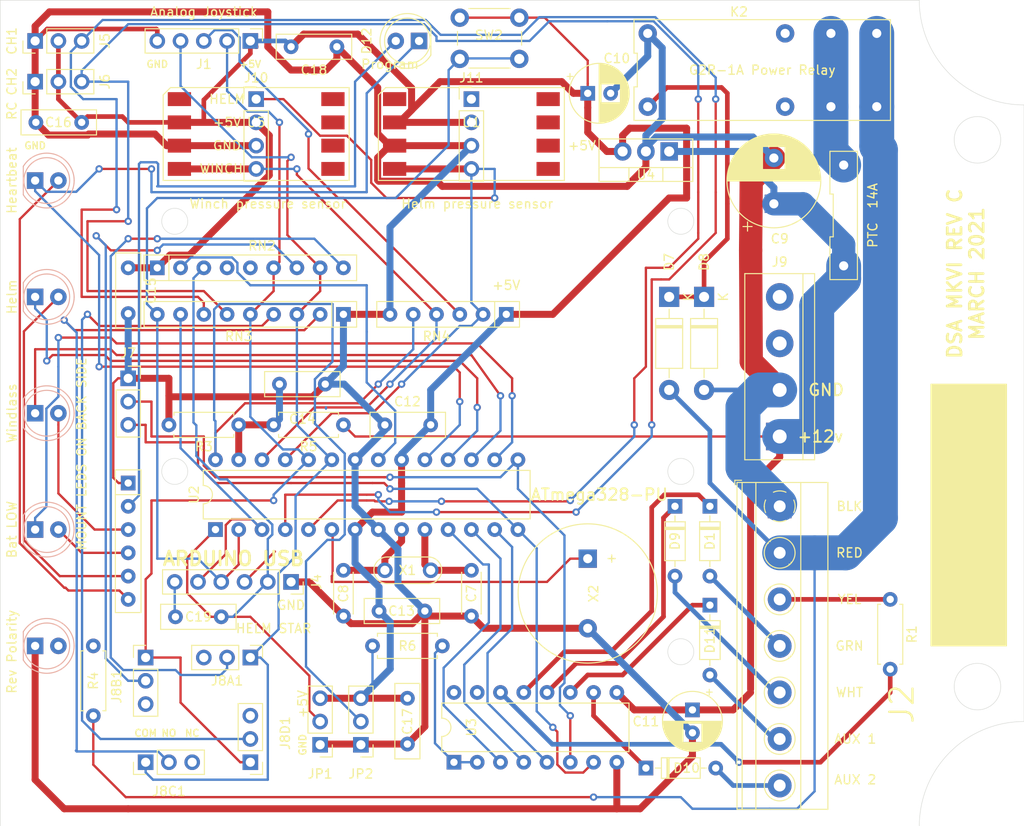
<source format=kicad_pcb>
(kicad_pcb (version 20171130) (host pcbnew "(5.1.9)-1")
  (layers (0 F.Cu signal) (31 B.Cu signal) (34 B.Paste user hide) (35 F.Paste user hide) (36 B.SilkS user hide) (37 F.SilkS user) (38 B.Mask user hide) (39 F.Mask user hide) (44 Edge.Cuts user))
  (net 0 "")
  (net 1 GNDREF)
  (net 2 "Net-(C7-Pad1)")
  (net 3 "Net-(C8-Pad1)")
  (net 4 +12V)
  (net 5 +5V)
  (net 6 "Net-(C14-Pad1)")
  (net 7 "Net-(D2-Pad2)")
  (net 8 "Net-(D3-Pad2)")
  (net 9 "Net-(D3-Pad1)")
  (net 10 "Net-(D4-Pad2)")
  (net 11 "Net-(D4-Pad1)")
  (net 12 "Net-(D5-Pad2)")
  (net 13 "Net-(D5-Pad1)")
  (net 14 +BATT)
  (net 15 "Net-(D7-Pad1)")
  (net 16 "Net-(D10-Pad2)")
  (net 17 "Net-(D10-Pad1)")
  (net 18 "Net-(D11-Pad2)")
  (net 19 "Net-(D11-Pad1)")
  (net 20 "Net-(F1-Pad2)")
  (net 21 "Net-(J1-Pad4)")
  (net 22 "Net-(J1-Pad2)")
  (net 23 "Net-(J2-Pad3)")
  (net 24 "Net-(J4-Pad4)")
  (net 25 "Net-(R1-Pad2)")
  (net 26 "Net-(U2-Pad13)")
  (net 27 "Net-(U2-Pad12)")
  (net 28 "Net-(U2-Pad11)")
  (net 29 "Net-(D6-Pad2)")
  (net 30 "Net-(J4-Pad5)")
  (net 31 CH1)
  (net 32 CH2)
  (net 33 "Net-(J7-Pad2)")
  (net 34 "Net-(J7-Pad3)")
  (net 35 "Net-(D12-Pad2)")
  (net 36 "Net-(D12-Pad1)")
  (net 37 "Net-(J8A1-Pad2)")
  (net 38 "Net-(J8B1-Pad2)")
  (net 39 "Net-(J8C1-Pad2)")
  (net 40 "Net-(J8D1-Pad2)")
  (net 41 "Net-(C19-Pad2)")
  (net 42 "Net-(C19-Pad1)")
  (net 43 "Net-(D1-Pad2)")
  (net 44 "Net-(D1-Pad1)")
  (net 45 "Net-(D9-Pad2)")
  (net 46 "Net-(D9-Pad1)")
  (net 47 "Net-(J1-Pad3)")
  (net 48 "Net-(JP2-Pad2)")
  (net 49 "Net-(RN2-Pad2)")
  (net 50 "Net-(U1-Pad4)")
  (net 51 "Net-(J10-Pad4)")
  (net 52 "Net-(J10-Pad1)")
  (net 53 "Net-(R6-Pad2)")
  (net 54 "Net-(U2-Pad6)")
  (module Package_DIP:DIP-28_W7.62mm (layer F.Cu) (at 120.015 109.855 90)
    (fp_text reference U2 (at 3.81 -2.33 90) (layer F.SilkS))
    (fp_text value ATmega328-PU (at 3.81 41.91 180) (layer F.SilkS) (effects (font (size 1.27 1.27) (thickness 0.2032))))
    (pad 1 thru_hole rect (at 0 0 90) (size 1.6 1.6) (drill 0.8) (layers *.Cu *.Mask) (net 42 "Net-(C19-Pad1)"))
    (pad 15 thru_hole oval (at 7.62 33.02 90) (size 1.6 1.6) (drill 0.8) (layers *.Cu *.Mask) (net 33 "Net-(J7-Pad2)"))
    (pad 2 thru_hole oval (at 0 2.54 90) (size 1.6 1.6) (drill 0.8) (layers *.Cu *.Mask) (net 24 "Net-(J4-Pad4)"))
    (pad 16 thru_hole oval (at 7.62 30.48 90) (size 1.6 1.6) (drill 0.8) (layers *.Cu *.Mask) (net 13 "Net-(D5-Pad1)"))
    (pad 3 thru_hole oval (at 0 5.08 90) (size 1.6 1.6) (drill 0.8) (layers *.Cu *.Mask) (net 30 "Net-(J4-Pad5)"))
    (pad 17 thru_hole oval (at 7.62 27.94 90) (size 1.6 1.6) (drill 0.8) (layers *.Cu *.Mask) (net 11 "Net-(D4-Pad1)"))
    (pad 4 thru_hole oval (at 0 7.62 90) (size 1.6 1.6) (drill 0.8) (layers *.Cu *.Mask) (net 31 CH1))
    (pad 18 thru_hole oval (at 7.62 25.4 90) (size 1.6 1.6) (drill 0.8) (layers *.Cu *.Mask) (net 9 "Net-(D3-Pad1)"))
    (pad 5 thru_hole oval (at 0 10.16 90) (size 1.6 1.6) (drill 0.8) (layers *.Cu *.Mask) (net 32 CH2))
    (pad 19 thru_hole oval (at 7.62 22.86 90) (size 1.6 1.6) (drill 0.8) (layers *.Cu *.Mask) (net 36 "Net-(D12-Pad1)"))
    (pad 6 thru_hole oval (at 0 12.7 90) (size 1.6 1.6) (drill 0.8) (layers *.Cu *.Mask) (net 54 "Net-(U2-Pad6)"))
    (pad 20 thru_hole oval (at 7.62 20.32 90) (size 1.6 1.6) (drill 0.8) (layers *.Cu *.Mask) (net 5 +5V))
    (pad 7 thru_hole oval (at 0 15.24 90) (size 1.6 1.6) (drill 0.8) (layers *.Cu *.Mask) (net 5 +5V))
    (pad 21 thru_hole oval (at 7.62 17.78 90) (size 1.6 1.6) (drill 0.8) (layers *.Cu *.Mask) (net 49 "Net-(RN2-Pad2)"))
    (pad 8 thru_hole oval (at 0 17.78 90) (size 1.6 1.6) (drill 0.8) (layers *.Cu *.Mask) (net 1 GNDREF))
    (pad 22 thru_hole oval (at 7.62 15.24 90) (size 1.6 1.6) (drill 0.8) (layers *.Cu *.Mask) (net 1 GNDREF))
    (pad 9 thru_hole oval (at 0 20.32 90) (size 1.6 1.6) (drill 0.8) (layers *.Cu *.Mask) (net 3 "Net-(C8-Pad1)"))
    (pad 23 thru_hole oval (at 7.62 12.7 90) (size 1.6 1.6) (drill 0.8) (layers *.Cu *.Mask) (net 21 "Net-(J1-Pad4)"))
    (pad 10 thru_hole oval (at 0 22.86 90) (size 1.6 1.6) (drill 0.8) (layers *.Cu *.Mask) (net 2 "Net-(C7-Pad1)"))
    (pad 24 thru_hole oval (at 7.62 10.16 90) (size 1.6 1.6) (drill 0.8) (layers *.Cu *.Mask) (net 22 "Net-(J1-Pad2)"))
    (pad 11 thru_hole oval (at 0 25.4 90) (size 1.6 1.6) (drill 0.8) (layers *.Cu *.Mask) (net 28 "Net-(U2-Pad11)"))
    (pad 25 thru_hole oval (at 7.62 7.62 90) (size 1.6 1.6) (drill 0.8) (layers *.Cu *.Mask) (net 52 "Net-(J10-Pad1)"))
    (pad 12 thru_hole oval (at 0 27.94 90) (size 1.6 1.6) (drill 0.8) (layers *.Cu *.Mask) (net 27 "Net-(U2-Pad12)"))
    (pad 26 thru_hole oval (at 7.62 5.08 90) (size 1.6 1.6) (drill 0.8) (layers *.Cu *.Mask) (net 51 "Net-(J10-Pad4)"))
    (pad 13 thru_hole oval (at 0 30.48 90) (size 1.6 1.6) (drill 0.8) (layers *.Cu *.Mask) (net 26 "Net-(U2-Pad13)"))
    (pad 27 thru_hole oval (at 7.62 2.54 90) (size 1.6 1.6) (drill 0.8) (layers *.Cu *.Mask) (net 6 "Net-(C14-Pad1)"))
    (pad 14 thru_hole oval (at 0 33.02 90) (size 1.6 1.6) (drill 0.8) (layers *.Cu *.Mask) (net 34 "Net-(J7-Pad3)"))
    (pad 28 thru_hole oval (at 7.62 0 90) (size 1.6 1.6) (drill 0.8) (layers *.Cu *.Mask) (net 48 "Net-(JP2-Pad2)"))
  )
  (module LED_THT:LED_D5.0mm (layer B.Cu) (at 100.33 84.455)
    (fp_text reference D3 hide)
    (fp_text value Helm (at -2.54 0 90) (layer F.SilkS))
    (pad 2 thru_hole circle (at 2.54 0) (size 1.8 1.8) (drill 0.9) (layers *.Cu *.Mask) (net 8 "Net-(D3-Pad2)"))
    (pad 1 thru_hole rect (at 0 0) (size 1.8 1.8) (drill 0.9) (layers *.Cu *.Mask) (net 9 "Net-(D3-Pad1)"))
  )
  (module Connector_PinSocket_2.54mm:PinSocket_1x03_P2.54mm_Vertical (layer F.Cu) (at 110.49 93.345)
    (fp_text reference J7 (at 0 -2.77) (layer F.SilkS))
    (fp_text value "Cytron PWM")
    (pad 1 thru_hole rect (at 0 0) (size 1.7 1.7) (drill 1) (layers *.Cu *.Mask) (net 1 GNDREF))
    (pad 2 thru_hole oval (at 0 2.54) (size 1.7 1.7) (drill 1) (layers *.Cu *.Mask) (net 33 "Net-(J7-Pad2)"))
    (pad 3 thru_hole oval (at 0 5.08) (size 1.7 1.7) (drill 1) (layers *.Cu *.Mask) (net 34 "Net-(J7-Pad3)"))
  )
  (module Resistor_THT:R_Axial_DIN0207_L6.3mm_D2.5mm_P7.62mm_Horizontal (layer F.Cu) (at 137.16 122.555)
    (fp_text reference R6 (at 3.81 0) (layer F.SilkS))
    (fp_text value 10K)
    (pad 2 thru_hole oval (at 7.62 0) (size 1.6 1.6) (drill 0.8) (layers *.Cu *.Mask) (net 53 "Net-(R6-Pad2)"))
    (pad 1 thru_hole circle (at 0 0) (size 1.6 1.6) (drill 0.8) (layers *.Cu *.Mask) (net 5 +5V))
  )
  (module Connector_PinHeader_2.54mm:PinHeader_1x04_P2.54mm_Vertical (layer F.Cu) (at 147.955 62.865)
    (fp_text reference J11 (at 0 -2.33) (layer F.SilkS))
    (fp_text value "S&P HELM")
    (pad 4 thru_hole oval (at 0 7.62) (size 1.7 1.7) (drill 1) (layers *.Cu *.Mask) (net 52 "Net-(J10-Pad1)"))
    (pad 3 thru_hole oval (at 0 5.08) (size 1.7 1.7) (drill 1) (layers *.Cu *.Mask) (net 1 GNDREF))
    (pad 2 thru_hole oval (at 0 2.54) (size 1.7 1.7) (drill 1) (layers *.Cu *.Mask) (net 5 +5V))
    (pad 1 thru_hole rect (at 0 0) (size 1.7 1.7) (drill 1) (layers *.Cu *.Mask))
  )
  (module Connector_PinHeader_2.54mm:PinHeader_1x04_P2.54mm_Vertical (layer F.Cu) (at 124.46 62.865)
    (fp_text reference J10 (at 0 -2.33) (layer F.SilkS))
    (fp_text value "S&P WINCH")
    (pad 4 thru_hole oval (at 0 7.62) (size 1.7 1.7) (drill 1) (layers *.Cu *.Mask) (net 51 "Net-(J10-Pad4)"))
    (pad 3 thru_hole oval (at 0 5.08) (size 1.7 1.7) (drill 1) (layers *.Cu *.Mask) (net 1 GNDREF))
    (pad 2 thru_hole oval (at 0 2.54) (size 1.7 1.7) (drill 1) (layers *.Cu *.Mask) (net 5 +5V))
    (pad 1 thru_hole rect (at 0 0) (size 1.7 1.7) (drill 1) (layers *.Cu *.Mask) (net 52 "Net-(J10-Pad1)"))
  )
  (module Resistor_THT:R_Array_SIP6 (layer F.Cu) (at 110.49 104.775 270)
    (fp_text reference RN1)
    (fp_text value 470R)
    (pad 1 thru_hole rect (at 0 0 270) (size 1.6 1.6) (drill 0.8) (layers *.Cu *.Mask) (net 1 GNDREF))
    (pad 2 thru_hole oval (at 2.54 0 270) (size 1.6 1.6) (drill 0.8) (layers *.Cu *.Mask) (net 35 "Net-(D12-Pad2)"))
    (pad 3 thru_hole oval (at 5.08 0 270) (size 1.6 1.6) (drill 0.8) (layers *.Cu *.Mask) (net 10 "Net-(D4-Pad2)"))
    (pad 4 thru_hole oval (at 7.62 0 270) (size 1.6 1.6) (drill 0.8) (layers *.Cu *.Mask) (net 12 "Net-(D5-Pad2)"))
    (pad 5 thru_hole oval (at 10.16 0 270) (size 1.6 1.6) (drill 0.8) (layers *.Cu *.Mask) (net 8 "Net-(D3-Pad2)"))
    (pad 6 thru_hole oval (at 12.7 0 270) (size 1.6 1.6) (drill 0.8) (layers *.Cu *.Mask) (net 7 "Net-(D2-Pad2)"))
  )
  (module "IML parts:MPXV7007" (layer F.Cu) (at 124.46 66.675 270)
    (fp_text reference U5 (at -1.27 0) (layer F.SilkS))
    (fp_text value "Winch pressure sensor" (at 7.62 -1.27 180) (layer F.SilkS))
    (pad 4 smd rect (at 3.81 8.38 270) (size 1.52 2.54) (layers F.Cu F.Paste F.Mask) (net 51 "Net-(J10-Pad4)"))
    (pad 5 smd rect (at 3.81 -8.38 270) (size 1.52 2.54) (layers F.Cu F.Paste F.Mask))
    (pad 3 smd rect (at 1.27 8.38 270) (size 1.52 2.54) (layers F.Cu F.Paste F.Mask) (net 1 GNDREF))
    (pad 6 smd rect (at 1.27 -8.38 270) (size 1.52 2.54) (layers F.Cu F.Paste F.Mask))
    (pad 2 smd rect (at -1.27 8.38 270) (size 1.52 2.54) (layers F.Cu F.Paste F.Mask) (net 5 +5V))
    (pad 7 smd rect (at -1.27 -8.38 270) (size 1.52 2.54) (layers F.Cu F.Paste F.Mask))
    (pad 1 smd rect (at -3.81 8.38 270) (size 1.52 2.54) (layers F.Cu F.Paste F.Mask))
    (pad 8 smd rect (at -3.81 -8.38 270) (size 1.52 2.54) (layers F.Cu F.Paste F.Mask))
  )
  (module Resistor_THT:R_Axial_DIN0207_L6.3mm_D2.5mm_P7.62mm_Horizontal (layer F.Cu) (at 193.675 117.475 270)
    (fp_text reference R1 (at 3.81 -2.37 90) (layer F.SilkS))
    (fp_text value 470R)
    (pad 2 thru_hole oval (at 7.62 0 270) (size 1.6 1.6) (drill 0.8) (layers *.Cu *.Mask) (net 25 "Net-(R1-Pad2)"))
    (pad 1 thru_hole circle (at 0 0 270) (size 1.6 1.6) (drill 0.8) (layers *.Cu *.Mask) (net 23 "Net-(J2-Pad3)"))
  )
  (module Resistor_THT:R_Array_SIP9 (layer F.Cu) (at 133.985 86.36 180)
    (fp_text reference RN3 (at 11.43 -2.4) (layer F.SilkS))
    (fp_text value 10K)
    (pad 9 thru_hole oval (at 20.32 0 180) (size 1.6 1.6) (drill 0.8) (layers *.Cu *.Mask) (net 24 "Net-(J4-Pad4)"))
    (pad 8 thru_hole oval (at 17.78 0 180) (size 1.6 1.6) (drill 0.8) (layers *.Cu *.Mask) (net 30 "Net-(J4-Pad5)"))
    (pad 7 thru_hole oval (at 15.24 0 180) (size 1.6 1.6) (drill 0.8) (layers *.Cu *.Mask) (net 31 CH1))
    (pad 6 thru_hole oval (at 12.7 0 180) (size 1.6 1.6) (drill 0.8) (layers *.Cu *.Mask) (net 32 CH2))
    (pad 5 thru_hole oval (at 10.16 0 180) (size 1.6 1.6) (drill 0.8) (layers *.Cu *.Mask) (net 22 "Net-(J1-Pad2)"))
    (pad 4 thru_hole oval (at 7.62 0 180) (size 1.6 1.6) (drill 0.8) (layers *.Cu *.Mask) (net 40 "Net-(J8D1-Pad2)"))
    (pad 3 thru_hole oval (at 5.08 0 180) (size 1.6 1.6) (drill 0.8) (layers *.Cu *.Mask) (net 21 "Net-(J1-Pad4)"))
    (pad 2 thru_hole oval (at 2.54 0 180) (size 1.6 1.6) (drill 0.8) (layers *.Cu *.Mask) (net 39 "Net-(J8C1-Pad2)"))
    (pad 1 thru_hole rect (at 0 0 180) (size 1.6 1.6) (drill 0.8) (layers *.Cu *.Mask) (net 1 GNDREF))
  )
  (module Capacitor_THT:C_Disc_D8.0mm_W2.5mm_P5.00mm (layer F.Cu) (at 127 93.98)
    (fp_text reference C14 (at 2.5 3.81) (layer F.SilkS))
    (fp_text value 4N7)
    (pad 2 thru_hole circle (at 5 0) (size 1.6 1.6) (drill 0.8) (layers *.Cu *.Mask) (net 1 GNDREF))
    (pad 1 thru_hole circle (at 0 0) (size 1.6 1.6) (drill 0.8) (layers *.Cu *.Mask) (net 6 "Net-(C14-Pad1)"))
  )
  (module Buzzer_Beeper:Buzzer_15x7.5RM7.6 (layer F.Cu) (at 160.655 113.03 270)
    (fp_text reference X2 (at 3.81 -0.635 90) (layer F.SilkS))
    (fp_text value Buzzer)
    (fp_text user + (at -0.01 -2.54 90) (layer F.SilkS))
    (pad 2 thru_hole circle (at 7.6 0 270) (size 2 2) (drill 1) (layers *.Cu *.Mask) (net 1 GNDREF))
    (pad 1 thru_hole rect (at 0 0 270) (size 2 2) (drill 1) (layers *.Cu *.Mask) (net 54 "Net-(U2-Pad6)"))
  )
  (module TerminalBlock_Phoenix:TerminalBlock_Phoenix_MKDS-1,5-7-5.08_1x07_P5.08mm_Horizontal (layer F.Cu) (at 181.61 107.315 270)
    (fp_text reference J2 (at 21.59 -13.335 90) (layer F.SilkS) (effects (font (size 2.54 2.54) (thickness 0.254))))
    (fp_text value ".200 EURO")
    (pad 7 thru_hole circle (at 30.48 0 270) (size 2.6 2.6) (drill 1.3) (layers *.Cu *.Mask) (net 16 "Net-(D10-Pad2)"))
    (pad 6 thru_hole circle (at 25.4 0 270) (size 2.6 2.6) (drill 1.3) (layers *.Cu *.Mask) (net 18 "Net-(D11-Pad2)"))
    (pad 5 thru_hole circle (at 20.32 0 270) (size 2.6 2.6) (drill 1.3) (layers *.Cu *.Mask) (net 45 "Net-(D9-Pad2)"))
    (pad 4 thru_hole circle (at 15.24 0 270) (size 2.6 2.6) (drill 1.3) (layers *.Cu *.Mask) (net 43 "Net-(D1-Pad2)"))
    (pad 3 thru_hole circle (at 10.16 0 270) (size 2.6 2.6) (drill 1.3) (layers *.Cu *.Mask) (net 23 "Net-(J2-Pad3)"))
    (pad 2 thru_hole circle (at 5.08 0 270) (size 2.6 2.6) (drill 1.3) (layers *.Cu *.Mask) (net 14 +BATT))
    (pad 1 thru_hole rect (at 0 0 270) (size 2.6 2.6) (drill 1.3) (layers *.Cu *.Mask) (net 1 GNDREF))
  )
  (module Resistor_THT:R_Axial_DIN0207_L6.3mm_D2.5mm_P7.62mm_Horizontal (layer F.Cu) (at 133.985 98.425 180)
    (fp_text reference R5 (at 3.81 -2.37) (layer F.SilkS))
    (fp_text value 11K)
    (pad 2 thru_hole oval (at 7.62 0 180) (size 1.6 1.6) (drill 0.8) (layers *.Cu *.Mask) (net 6 "Net-(C14-Pad1)"))
    (pad 1 thru_hole circle (at 0 0 180) (size 1.6 1.6) (drill 0.8) (layers *.Cu *.Mask) (net 4 +12V))
  )
  (module Resistor_THT:R_Array_SIP6 (layer F.Cu) (at 151.765 86.36 180)
    (fp_text reference RN4 (at 7.62 -2.4) (layer F.SilkS))
    (fp_text value "100K DIVIDER")
    (pad 6 thru_hole oval (at 12.7 0 180) (size 1.6 1.6) (drill 0.8) (layers *.Cu *.Mask) (net 1 GNDREF))
    (pad 5 thru_hole oval (at 10.16 0 180) (size 1.6 1.6) (drill 0.8) (layers *.Cu *.Mask) (net 48 "Net-(JP2-Pad2)"))
    (pad 4 thru_hole oval (at 7.62 0 180) (size 1.6 1.6) (drill 0.8) (layers *.Cu *.Mask) (net 51 "Net-(J10-Pad4)"))
    (pad 3 thru_hole oval (at 5.08 0 180) (size 1.6 1.6) (drill 0.8) (layers *.Cu *.Mask) (net 47 "Net-(J1-Pad3)"))
    (pad 2 thru_hole oval (at 2.54 0 180) (size 1.6 1.6) (drill 0.8) (layers *.Cu *.Mask) (net 52 "Net-(J10-Pad1)"))
    (pad 1 thru_hole rect (at 0 0 180) (size 1.6 1.6) (drill 0.8) (layers *.Cu *.Mask) (net 5 +5V))
  )
  (module Resistor_THT:R_Array_SIP9 (layer F.Cu) (at 113.665 81.28)
    (fp_text reference RN2 (at 11.43 -2.4) (layer F.SilkS))
    (fp_text value 10K)
    (pad 9 thru_hole oval (at 20.32 0) (size 1.6 1.6) (drill 0.8) (layers *.Cu *.Mask) (net 37 "Net-(J8A1-Pad2)"))
    (pad 8 thru_hole oval (at 17.78 0) (size 1.6 1.6) (drill 0.8) (layers *.Cu *.Mask) (net 21 "Net-(J1-Pad4)"))
    (pad 7 thru_hole oval (at 15.24 0) (size 1.6 1.6) (drill 0.8) (layers *.Cu *.Mask) (net 38 "Net-(J8B1-Pad2)"))
    (pad 6 thru_hole oval (at 12.7 0) (size 1.6 1.6) (drill 0.8) (layers *.Cu *.Mask) (net 22 "Net-(J1-Pad2)"))
    (pad 5 thru_hole oval (at 10.16 0) (size 1.6 1.6) (drill 0.8) (layers *.Cu *.Mask))
    (pad 4 thru_hole oval (at 7.62 0) (size 1.6 1.6) (drill 0.8) (layers *.Cu *.Mask))
    (pad 3 thru_hole oval (at 5.08 0) (size 1.6 1.6) (drill 0.8) (layers *.Cu *.Mask) (net 42 "Net-(C19-Pad1)"))
    (pad 2 thru_hole oval (at 2.54 0) (size 1.6 1.6) (drill 0.8) (layers *.Cu *.Mask) (net 49 "Net-(RN2-Pad2)"))
    (pad 1 thru_hole rect (at 0 0) (size 1.6 1.6) (drill 0.8) (layers *.Cu *.Mask) (net 5 +5V))
  )
  (module Diode_THT:D_DO-35_SOD27_P7.62mm_Horizontal (layer F.Cu) (at 170.18 107.315 270)
    (fp_text reference D9 (at 3.81 0 90) (layer F.SilkS))
    (fp_text value BAT48RL)
    (pad 2 thru_hole oval (at 7.62 0 270) (size 1.6 1.6) (drill 0.8) (layers *.Cu *.Mask) (net 45 "Net-(D9-Pad2)"))
    (pad 1 thru_hole rect (at 0 0 270) (size 1.6 1.6) (drill 0.8) (layers *.Cu *.Mask) (net 46 "Net-(D9-Pad1)"))
  )
  (module Diode_THT:D_DO-35_SOD27_P7.62mm_Horizontal (layer F.Cu) (at 173.99 107.315 270)
    (fp_text reference D1 (at 3.81 0 90) (layer F.SilkS))
    (fp_text value BAT48RL)
    (pad 2 thru_hole oval (at 7.62 0 270) (size 1.6 1.6) (drill 0.8) (layers *.Cu *.Mask) (net 43 "Net-(D1-Pad2)"))
    (pad 1 thru_hole rect (at 0 0 270) (size 1.6 1.6) (drill 0.8) (layers *.Cu *.Mask) (net 44 "Net-(D1-Pad1)"))
  )
  (module Capacitor_THT:C_Disc_D8.0mm_W2.5mm_P5.00mm (layer F.Cu) (at 120.65 119.38 180)
    (fp_text reference C19 (at 2.5 0) (layer F.SilkS))
    (fp_text value ".1uF 50V")
    (pad 2 thru_hole circle (at 5 0 180) (size 1.6 1.6) (drill 0.8) (layers *.Cu *.Mask) (net 41 "Net-(C19-Pad2)"))
    (pad 1 thru_hole circle (at 0 0 180) (size 1.6 1.6) (drill 0.8) (layers *.Cu *.Mask) (net 42 "Net-(C19-Pad1)"))
  )
  (module Capacitor_THT:C_Disc_D8.0mm_W2.5mm_P5.00mm (layer F.Cu) (at 128.27 57.15)
    (fp_text reference C18 (at 2.5 2.54) (layer F.SilkS))
    (fp_text value ".47uF 50V")
    (pad 2 thru_hole circle (at 5 0) (size 1.6 1.6) (drill 0.8) (layers *.Cu *.Mask) (net 1 GNDREF))
    (pad 1 thru_hole circle (at 0 0) (size 1.6 1.6) (drill 0.8) (layers *.Cu *.Mask) (net 5 +5V))
  )
  (module Connector_PinHeader_2.54mm:PinHeader_1x03_P2.54mm_Vertical (layer F.Cu) (at 123.825 135.255 180)
    (fp_text reference J8D1 (at -3.81 3.175 90) (layer F.SilkS))
    (fp_text value "WINCH OUT")
    (pad 3 thru_hole oval (at 0 5.08 180) (size 1.7 1.7) (drill 1) (layers *.Cu *.Mask))
    (pad 2 thru_hole oval (at 0 2.54 180) (size 1.7 1.7) (drill 1) (layers *.Cu *.Mask) (net 40 "Net-(J8D1-Pad2)"))
    (pad 1 thru_hole rect (at 0 0 180) (size 1.7 1.7) (drill 1) (layers *.Cu *.Mask) (net 22 "Net-(J1-Pad2)"))
  )
  (module Connector_PinHeader_2.54mm:PinHeader_1x03_P2.54mm_Vertical (layer F.Cu) (at 112.395 135.255 90)
    (fp_text reference J8C1 (at -3.175 2.54 180) (layer F.SilkS))
    (fp_text value "HELM PORT")
    (pad 3 thru_hole oval (at 0 5.08 90) (size 1.7 1.7) (drill 1) (layers *.Cu *.Mask))
    (pad 2 thru_hole oval (at 0 2.54 90) (size 1.7 1.7) (drill 1) (layers *.Cu *.Mask) (net 39 "Net-(J8C1-Pad2)"))
    (pad 1 thru_hole rect (at 0 0 90) (size 1.7 1.7) (drill 1) (layers *.Cu *.Mask) (net 21 "Net-(J1-Pad4)"))
  )
  (module Connector_PinHeader_2.54mm:PinHeader_1x03_P2.54mm_Vertical (layer F.Cu) (at 112.395 123.825)
    (fp_text reference J8B1 (at -3.175 3.175 -90) (layer F.SilkS))
    (fp_text value "WINCH IN")
    (pad 3 thru_hole oval (at 0 5.08) (size 1.7 1.7) (drill 1) (layers *.Cu *.Mask))
    (pad 2 thru_hole oval (at 0 2.54) (size 1.7 1.7) (drill 1) (layers *.Cu *.Mask) (net 38 "Net-(J8B1-Pad2)"))
    (pad 1 thru_hole rect (at 0 0) (size 1.7 1.7) (drill 1) (layers *.Cu *.Mask) (net 22 "Net-(J1-Pad2)"))
  )
  (module Connector_PinHeader_2.54mm:PinHeader_1x03_P2.54mm_Vertical (layer F.Cu) (at 123.825 123.825 270)
    (fp_text reference J8A1 (at 2.54 2.54 180) (layer F.SilkS))
    (fp_text value "HELM STAR")
    (pad 3 thru_hole oval (at 0 5.08 270) (size 1.7 1.7) (drill 1) (layers *.Cu *.Mask))
    (pad 2 thru_hole oval (at 0 2.54 270) (size 1.7 1.7) (drill 1) (layers *.Cu *.Mask) (net 37 "Net-(J8A1-Pad2)"))
    (pad 1 thru_hole rect (at 0 0 270) (size 1.7 1.7) (drill 1) (layers *.Cu *.Mask) (net 21 "Net-(J1-Pad4)"))
  )
  (module Connector_PinHeader_2.54mm:PinHeader_1x03_P2.54mm_Vertical (layer F.Cu) (at 135.89 133.35 180)
    (fp_text reference JP2 (at 0 -3.175) (layer F.SilkS))
    (fp_text value Jumper_MODE)
    (pad 3 thru_hole oval (at 0 5.08 180) (size 1.7 1.7) (drill 1) (layers *.Cu *.Mask) (net 5 +5V))
    (pad 2 thru_hole oval (at 0 2.54 180) (size 1.7 1.7) (drill 1) (layers *.Cu *.Mask) (net 48 "Net-(JP2-Pad2)"))
    (pad 1 thru_hole rect (at 0 0 180) (size 1.7 1.7) (drill 1) (layers *.Cu *.Mask) (net 1 GNDREF))
  )
  (module Connector_PinHeader_2.54mm:PinHeader_1x03_P2.54mm_Vertical (layer F.Cu) (at 131.445 133.35 180)
    (fp_text reference JP1 (at 0 -3.175) (layer F.SilkS))
    (fp_text value Jumper_CTS)
    (pad 3 thru_hole oval (at 0 5.08 180) (size 1.7 1.7) (drill 1) (layers *.Cu *.Mask) (net 5 +5V))
    (pad 2 thru_hole oval (at 0 2.54 180) (size 1.7 1.7) (drill 1) (layers *.Cu *.Mask) (net 42 "Net-(C19-Pad1)"))
    (pad 1 thru_hole rect (at 0 0 180) (size 1.7 1.7) (drill 1) (layers *.Cu *.Mask) (net 1 GNDREF))
  )
  (module Connector_PinHeader_2.54mm:PinHeader_1x03_P2.54mm_Vertical (layer F.Cu) (at 100.33 60.96 90)
    (fp_text reference J6 (at 0 7.62 90) (layer F.SilkS))
    (fp_text value CH2 (at 0 -2.54 90) (layer F.SilkS))
    (pad 3 thru_hole oval (at 0 5.08 90) (size 1.7 1.7) (drill 1) (layers *.Cu *.Mask) (net 32 CH2))
    (pad 2 thru_hole oval (at 0 2.54 90) (size 1.7 1.7) (drill 1) (layers *.Cu *.Mask) (net 5 +5V))
    (pad 1 thru_hole rect (at 0 0 90) (size 1.7 1.7) (drill 1) (layers *.Cu *.Mask) (net 1 GNDREF))
  )
  (module Connector_PinHeader_2.54mm:PinHeader_1x03_P2.54mm_Vertical (layer F.Cu) (at 100.33 56.515 90)
    (fp_text reference J5 (at 0 7.62 90) (layer F.SilkS))
    (fp_text value CH1 (at 0 -2.54 90) (layer F.SilkS))
    (pad 3 thru_hole oval (at 0 5.08 90) (size 1.7 1.7) (drill 1) (layers *.Cu *.Mask) (net 31 CH1))
    (pad 2 thru_hole oval (at 0 2.54 90) (size 1.7 1.7) (drill 1) (layers *.Cu *.Mask) (net 5 +5V))
    (pad 1 thru_hole rect (at 0 0 90) (size 1.7 1.7) (drill 1) (layers *.Cu *.Mask) (net 1 GNDREF))
  )
  (module Crystal:Resonator-2Pin_W7.0mm_H2.5mm (layer F.Cu) (at 143.51 114.3 180)
    (fp_text reference X1 (at 2.54 0) (layer F.SilkS))
    (fp_text value "16 mhz xtal")
    (pad 1 thru_hole circle (at 0 0 180) (size 1.7 1.7) (drill 1) (layers *.Cu *.Mask) (net 2 "Net-(C7-Pad1)"))
    (pad 2 thru_hole circle (at 5 0 180) (size 1.7 1.7) (drill 1) (layers *.Cu *.Mask) (net 3 "Net-(C8-Pad1)"))
  )
  (module Package_DIP:DIP-16_W7.62mm (layer F.Cu) (at 146.05 135.255 90)
    (fp_text reference U3 (at 3.81 1.905 90) (layer F.SilkS))
    (fp_text value ULN2003)
    (pad 1 thru_hole rect (at 0 0 90) (size 1.6 1.6) (drill 0.8) (layers *.Cu *.Mask) (net 53 "Net-(R6-Pad2)"))
    (pad 9 thru_hole oval (at 7.62 17.78 90) (size 1.6 1.6) (drill 0.8) (layers *.Cu *.Mask) (net 4 +12V))
    (pad 2 thru_hole oval (at 0 2.54 90) (size 1.6 1.6) (drill 0.8) (layers *.Cu *.Mask) (net 53 "Net-(R6-Pad2)"))
    (pad 10 thru_hole oval (at 7.62 15.24 90) (size 1.6 1.6) (drill 0.8) (layers *.Cu *.Mask) (net 17 "Net-(D10-Pad1)"))
    (pad 3 thru_hole oval (at 0 5.08 90) (size 1.6 1.6) (drill 0.8) (layers *.Cu *.Mask) (net 28 "Net-(U2-Pad11)"))
    (pad 11 thru_hole oval (at 7.62 12.7 90) (size 1.6 1.6) (drill 0.8) (layers *.Cu *.Mask) (net 19 "Net-(D11-Pad1)"))
    (pad 4 thru_hole oval (at 0 7.62 90) (size 1.6 1.6) (drill 0.8) (layers *.Cu *.Mask) (net 27 "Net-(U2-Pad12)"))
    (pad 12 thru_hole oval (at 7.62 10.16 90) (size 1.6 1.6) (drill 0.8) (layers *.Cu *.Mask) (net 46 "Net-(D9-Pad1)"))
    (pad 5 thru_hole oval (at 0 10.16 90) (size 1.6 1.6) (drill 0.8) (layers *.Cu *.Mask) (net 26 "Net-(U2-Pad13)"))
    (pad 13 thru_hole oval (at 7.62 7.62 90) (size 1.6 1.6) (drill 0.8) (layers *.Cu *.Mask) (net 44 "Net-(D1-Pad1)"))
    (pad 6 thru_hole oval (at 0 12.7 90) (size 1.6 1.6) (drill 0.8) (layers *.Cu *.Mask) (net 33 "Net-(J7-Pad2)"))
    (pad 14 thru_hole oval (at 7.62 5.08 90) (size 1.6 1.6) (drill 0.8) (layers *.Cu *.Mask) (net 25 "Net-(R1-Pad2)"))
    (pad 7 thru_hole oval (at 0 15.24 90) (size 1.6 1.6) (drill 0.8) (layers *.Cu *.Mask) (net 34 "Net-(J7-Pad3)"))
    (pad 15 thru_hole oval (at 7.62 2.54 90) (size 1.6 1.6) (drill 0.8) (layers *.Cu *.Mask))
    (pad 8 thru_hole oval (at 0 17.78 90) (size 1.6 1.6) (drill 0.8) (layers *.Cu *.Mask) (net 1 GNDREF))
    (pad 16 thru_hole oval (at 7.62 0 90) (size 1.6 1.6) (drill 0.8) (layers *.Cu *.Mask))
  )
  (module "IML parts:MPXV7007" (layer F.Cu) (at 147.955 66.675 270)
    (fp_text reference U1 (at -1.27 0) (layer F.SilkS))
    (fp_text value "Helm pressure sensor" (at 7.62 -0.635 180) (layer F.SilkS))
    (pad 4 smd rect (at 3.81 8.38 270) (size 1.52 2.54) (layers F.Cu F.Paste F.Mask) (net 52 "Net-(J10-Pad1)"))
    (pad 5 smd rect (at 3.81 -8.38 270) (size 1.52 2.54) (layers F.Cu F.Paste F.Mask))
    (pad 3 smd rect (at 1.27 8.38 270) (size 1.52 2.54) (layers F.Cu F.Paste F.Mask) (net 1 GNDREF))
    (pad 6 smd rect (at 1.27 -8.38 270) (size 1.52 2.54) (layers F.Cu F.Paste F.Mask))
    (pad 2 smd rect (at -1.27 8.38 270) (size 1.52 2.54) (layers F.Cu F.Paste F.Mask) (net 5 +5V))
    (pad 7 smd rect (at -1.27 -8.38 270) (size 1.52 2.54) (layers F.Cu F.Paste F.Mask))
    (pad 1 smd rect (at -3.81 8.38 270) (size 1.52 2.54) (layers F.Cu F.Paste F.Mask))
    (pad 8 smd rect (at -3.81 -8.38 270) (size 1.52 2.54) (layers F.Cu F.Paste F.Mask))
  )
  (module Capacitor_THT:CP_Radial_D6.3mm_P2.50mm (layer F.Cu) (at 172.085 129.54 270)
    (fp_text reference C11 (at 1.27 5.08 180) (layer F.SilkS))
    (fp_text value "10uF 16V")
    (pad 1 thru_hole rect (at 0 0 270) (size 1.6 1.6) (drill 0.8) (layers *.Cu *.Mask) (net 4 +12V))
    (pad 2 thru_hole circle (at 2.5 0 270) (size 1.6 1.6) (drill 0.8) (layers *.Cu *.Mask) (net 1 GNDREF))
  )
  (module Button_Switch_THT:SW_PUSH_6mm_H4.3mm (layer F.Cu) (at 146.685 53.975)
    (fp_text reference SW2 (at 3.175 1.905 180) (layer F.SilkS))
    (fp_text value Program (at -7.62 5.08) (layer F.SilkS))
    (pad 1 thru_hole circle (at 6.5 0 90) (size 2 2) (drill 1.1) (layers *.Cu *.Mask) (net 5 +5V))
    (pad 2 thru_hole circle (at 6.5 4.5 90) (size 2 2) (drill 1.1) (layers *.Cu *.Mask) (net 24 "Net-(J4-Pad4)"))
    (pad 1 thru_hole circle (at 0 0 90) (size 2 2) (drill 1.1) (layers *.Cu *.Mask) (net 5 +5V))
    (pad 2 thru_hole circle (at 0 4.5 90) (size 2 2) (drill 1.1) (layers *.Cu *.Mask) (net 24 "Net-(J4-Pad4)"))
  )
  (module Capacitor_THT:C_Disc_D4.3mm_W1.9mm_P5.00mm (layer F.Cu) (at 147.955 114.3 270)
    (fp_text reference C7 (at 2.54 0 90) (layer F.SilkS))
    (fp_text value "22 pF")
    (pad 2 thru_hole circle (at 5 0 270) (size 1.6 1.6) (drill 0.8) (layers *.Cu *.Mask) (net 1 GNDREF))
    (pad 1 thru_hole circle (at 0 0 270) (size 1.6 1.6) (drill 0.8) (layers *.Cu *.Mask) (net 2 "Net-(C7-Pad1)"))
  )
  (module Capacitor_THT:C_Disc_D4.3mm_W1.9mm_P5.00mm (layer F.Cu) (at 133.985 114.3 270)
    (fp_text reference C8 (at 2.54 0 90) (layer F.SilkS))
    (fp_text value "22 pF")
    (pad 1 thru_hole circle (at 0 0 270) (size 1.6 1.6) (drill 0.8) (layers *.Cu *.Mask) (net 3 "Net-(C8-Pad1)"))
    (pad 2 thru_hole circle (at 5 0 270) (size 1.6 1.6) (drill 0.8) (layers *.Cu *.Mask) (net 1 GNDREF))
  )
  (module Capacitor_THT:CP_Radial_D10.0mm_P5.00mm (layer F.Cu) (at 180.975 74.295 90)
    (fp_text reference C9 (at -3.81 0.635 180) (layer F.SilkS))
    (fp_text value "1000 uF 16V")
    (pad 1 thru_hole rect (at 0 0 90) (size 2 2) (drill 1) (layers *.Cu *.Mask) (net 4 +12V))
    (pad 2 thru_hole circle (at 5 0 90) (size 2 2) (drill 1) (layers *.Cu *.Mask) (net 1 GNDREF))
  )
  (module Capacitor_THT:CP_Radial_D6.3mm_P2.50mm (layer F.Cu) (at 160.655 62.23)
    (fp_text reference C10 (at 3.175 -3.81) (layer F.SilkS))
    (fp_text value "10 uF 16V")
    (pad 2 thru_hole circle (at 2.5 0) (size 1.6 1.6) (drill 0.8) (layers *.Cu *.Mask) (net 1 GNDREF))
    (pad 1 thru_hole rect (at 0 0) (size 1.6 1.6) (drill 0.8) (layers *.Cu *.Mask) (net 5 +5V))
  )
  (module Capacitor_THT:C_Disc_D8.0mm_W2.5mm_P5.00mm (layer F.Cu) (at 143.51 98.425 180)
    (fp_text reference C12 (at 2.54 2.54) (layer F.SilkS))
    (fp_text value ".47uF 50V")
    (pad 1 thru_hole circle (at 0 0 180) (size 1.6 1.6) (drill 0.8) (layers *.Cu *.Mask) (net 5 +5V))
    (pad 2 thru_hole circle (at 5 0 180) (size 1.6 1.6) (drill 0.8) (layers *.Cu *.Mask) (net 1 GNDREF))
  )
  (module Capacitor_THT:C_Disc_D8.0mm_W2.5mm_P5.00mm (layer F.Cu) (at 137.875 118.745)
    (fp_text reference C13 (at 2.46 0) (layer F.SilkS))
    (fp_text value ".47uF 50V")
    (pad 1 thru_hole circle (at 0 0) (size 1.6 1.6) (drill 0.8) (layers *.Cu *.Mask) (net 5 +5V))
    (pad 2 thru_hole circle (at 5 0) (size 1.6 1.6) (drill 0.8) (layers *.Cu *.Mask) (net 1 GNDREF))
  )
  (module LED_THT:LED_D5.0mm (layer B.Cu) (at 100.33 71.755)
    (fp_text reference D2 hide)
    (fp_text value Heartbeat (at -2.54 0 90) (layer F.SilkS))
    (pad 1 thru_hole rect (at 0 0) (size 1.8 1.8) (drill 0.9) (layers *.Cu *.Mask) (net 36 "Net-(D12-Pad1)"))
    (pad 2 thru_hole circle (at 2.54 0) (size 1.8 1.8) (drill 0.9) (layers *.Cu *.Mask) (net 7 "Net-(D2-Pad2)"))
  )
  (module LED_THT:LED_D5.0mm (layer B.Cu) (at 100.33 97.155)
    (fp_text reference D4 hide)
    (fp_text value Windlass (at -2.54 0 90) (layer F.SilkS))
    (pad 2 thru_hole circle (at 2.54 0) (size 1.8 1.8) (drill 0.9) (layers *.Cu *.Mask) (net 10 "Net-(D4-Pad2)"))
    (pad 1 thru_hole rect (at 0 0) (size 1.8 1.8) (drill 0.9) (layers *.Cu *.Mask) (net 11 "Net-(D4-Pad1)"))
  )
  (module LED_THT:LED_D5.0mm (layer B.Cu) (at 100.33 109.855)
    (fp_text reference D5 hide)
    (fp_text value "Bat LOW" (at -2.54 0 90) (layer F.SilkS))
    (pad 1 thru_hole rect (at 0 0) (size 1.8 1.8) (drill 0.9) (layers *.Cu *.Mask) (net 13 "Net-(D5-Pad1)"))
    (pad 2 thru_hole circle (at 2.54 0) (size 1.8 1.8) (drill 0.9) (layers *.Cu *.Mask) (net 12 "Net-(D5-Pad2)"))
  )
  (module LED_THT:LED_D5.0mm (layer B.Cu) (at 100.33 122.555)
    (fp_text reference D6 hide)
    (fp_text value "Rev Polarity" (at -2.54 0.635 90) (layer F.SilkS))
    (pad 1 thru_hole rect (at 0 0) (size 1.8 1.8) (drill 0.9) (layers *.Cu *.Mask) (net 1 GNDREF))
    (pad 2 thru_hole circle (at 2.54 0) (size 1.8 1.8) (drill 0.9) (layers *.Cu *.Mask) (net 29 "Net-(D6-Pad2)"))
  )
  (module Diode_THT:D_DO-41_SOD81_P10.16mm_Horizontal (layer F.Cu) (at 169.545 84.455 270)
    (fp_text reference D7 (at -3.81 0 90) (layer F.SilkS))
    (fp_text value 1N4001)
    (fp_text user K (at 0 -2.1 90) (layer F.SilkS))
    (pad 1 thru_hole rect (at 0 0 270) (size 2.2 2.2) (drill 1.1) (layers *.Cu *.Mask) (net 15 "Net-(D7-Pad1)"))
    (pad 2 thru_hole oval (at 10.16 0 270) (size 2.2 2.2) (drill 1.1) (layers *.Cu *.Mask) (net 14 +BATT))
  )
  (module Diode_THT:D_DO-41_SOD81_P10.16mm_Horizontal (layer F.Cu) (at 173.355 84.455 270)
    (fp_text reference D8 (at -3.81 0 90) (layer F.SilkS))
    (fp_text value 1N4001)
    (fp_text user K (at 0 -2.1 90) (layer F.SilkS))
    (pad 2 thru_hole oval (at 10.16 0 270) (size 2.2 2.2) (drill 1.1) (layers *.Cu *.Mask) (net 1 GNDREF))
    (pad 1 thru_hole rect (at 0 0 270) (size 2.2 2.2) (drill 1.1) (layers *.Cu *.Mask) (net 15 "Net-(D7-Pad1)"))
  )
  (module Diode_THT:D_DO-35_SOD27_P7.62mm_Horizontal (layer F.Cu) (at 167.005 135.89)
    (fp_text reference D10 (at 4.445 0) (layer F.SilkS))
    (fp_text value BAT48RL)
    (pad 2 thru_hole oval (at 7.62 0) (size 1.6 1.6) (drill 0.8) (layers *.Cu *.Mask) (net 16 "Net-(D10-Pad2)"))
    (pad 1 thru_hole rect (at 0 0) (size 1.6 1.6) (drill 0.8) (layers *.Cu *.Mask) (net 17 "Net-(D10-Pad1)"))
  )
  (module Diode_THT:D_DO-35_SOD27_P7.62mm_Horizontal (layer F.Cu) (at 173.99 118.11 270)
    (fp_text reference D11 (at 3.81 0 90) (layer F.SilkS))
    (fp_text value BAT48RL)
    (pad 1 thru_hole rect (at 0 0 270) (size 1.6 1.6) (drill 0.8) (layers *.Cu *.Mask) (net 19 "Net-(D11-Pad1)"))
    (pad 2 thru_hole oval (at 7.62 0 270) (size 1.6 1.6) (drill 0.8) (layers *.Cu *.Mask) (net 18 "Net-(D11-Pad2)"))
  )
  (module Connector_PinHeader_2.54mm:PinHeader_1x05_P2.54mm_Vertical (layer F.Cu) (at 123.825 56.515 270)
    (fp_text reference J1 (at 2.54 5.08 180) (layer F.SilkS))
    (fp_text value "Analog Joystick" (at -3.175 5.08 180) (layer F.SilkS))
    (pad 1 thru_hole rect (at 0 0 270) (size 1.7 1.7) (drill 1) (layers *.Cu *.Mask) (net 5 +5V))
    (pad 2 thru_hole oval (at 0 2.54 270) (size 1.7 1.7) (drill 1) (layers *.Cu *.Mask) (net 22 "Net-(J1-Pad2)"))
    (pad 3 thru_hole oval (at 0 5.08 270) (size 1.7 1.7) (drill 1) (layers *.Cu *.Mask) (net 47 "Net-(J1-Pad3)"))
    (pad 4 thru_hole oval (at 0 7.62 270) (size 1.7 1.7) (drill 1) (layers *.Cu *.Mask) (net 21 "Net-(J1-Pad4)"))
    (pad 5 thru_hole oval (at 0 10.16 270) (size 1.7 1.7) (drill 1) (layers *.Cu *.Mask) (net 1 GNDREF))
  )
  (module "IML parts:G2R-1A" (layer F.Cu) (at 179.705 59.69)
    (fp_text reference K2 (at -2.54 -6.35 180) (layer F.SilkS))
    (fp_text value "G2R-1A Power Relay" (at 0 0) (layer F.SilkS))
    (pad 8 thru_hole circle (at -12.5 -4) (size 2 2) (drill 1) (layers *.Cu *.Mask) (net 1 GNDREF))
    (pad 1 thru_hole circle (at -12.5 4) (size 2 2) (drill 1) (layers *.Cu *.Mask) (net 15 "Net-(D7-Pad1)"))
    (pad 7 thru_hole circle (at 2.5 -4) (size 2 2) (drill 1) (layers *.Cu *.Mask))
    (pad 2 thru_hole circle (at 2.5 4) (size 2 2) (drill 1) (layers *.Cu *.Mask))
    (pad 6 thru_hole circle (at 7.5 -4) (size 2 2) (drill 1) (layers *.Cu *.Mask) (net 20 "Net-(F1-Pad2)"))
    (pad 3 thru_hole circle (at 7.5 4) (size 2 2) (drill 1) (layers *.Cu *.Mask) (net 20 "Net-(F1-Pad2)"))
    (pad 5 thru_hole circle (at 12.5 -4) (size 2 2) (drill 1) (layers *.Cu *.Mask) (net 14 +BATT))
    (pad 4 thru_hole circle (at 12.5 4) (size 2 2) (drill 1) (layers *.Cu *.Mask) (net 14 +BATT))
  )
  (module Resistor_THT:R_Axial_DIN0207_L6.3mm_D2.5mm_P7.62mm_Horizontal (layer F.Cu) (at 122.555 98.425 180)
    (fp_text reference R3 (at 3.81 -2.37) (layer F.SilkS))
    (fp_text value 4.9K)
    (pad 1 thru_hole circle (at 0 0 180) (size 1.6 1.6) (drill 0.8) (layers *.Cu *.Mask) (net 6 "Net-(C14-Pad1)"))
    (pad 2 thru_hole oval (at 7.62 0 180) (size 1.6 1.6) (drill 0.8) (layers *.Cu *.Mask) (net 1 GNDREF))
  )
  (module Resistor_THT:R_Axial_DIN0207_L6.3mm_D2.5mm_P7.62mm_Horizontal (layer F.Cu) (at 106.68 130.175 90)
    (fp_text reference R4 (at 3.81 0 90) (layer F.SilkS))
    (fp_text value 1K)
    (pad 2 thru_hole oval (at 7.62 0 90) (size 1.6 1.6) (drill 0.8) (layers *.Cu *.Mask) (net 29 "Net-(D6-Pad2)"))
    (pad 1 thru_hole circle (at 0 0 90) (size 1.6 1.6) (drill 0.8) (layers *.Cu *.Mask) (net 14 +BATT))
  )
  (module Package_TO_SOT_THT:TO-220-3_Vertical (layer F.Cu) (at 169.545 68.58 180)
    (fp_text reference U4 (at 2.54 -2.54) (layer F.SilkS))
    (fp_text value L7805)
    (pad 1 thru_hole rect (at 0 0 180) (size 1.905 2) (drill 1.1) (layers *.Cu *.Mask) (net 4 +12V))
    (pad 2 thru_hole oval (at 2.54 0 180) (size 1.905 2) (drill 1.1) (layers *.Cu *.Mask) (net 1 GNDREF))
    (pad 3 thru_hole oval (at 5.08 0 180) (size 1.905 2) (drill 1.1) (layers *.Cu *.Mask) (net 5 +5V))
  )
  (module Capacitor_THT:C_Disc_D8.0mm_W2.5mm_P5.00mm (layer F.Cu) (at 110.49 81.28 270)
    (fp_text reference C15 (at 2.5 -2.5 90) (layer F.SilkS))
    (fp_text value ".47uF 50V")
    (pad 1 thru_hole circle (at 0 0 270) (size 1.6 1.6) (drill 0.8) (layers *.Cu *.Mask) (net 5 +5V))
    (pad 2 thru_hole circle (at 5 0 270) (size 1.6 1.6) (drill 0.8) (layers *.Cu *.Mask) (net 1 GNDREF))
  )
  (module Capacitor_THT:C_Disc_D8.0mm_W2.5mm_P5.00mm (layer F.Cu) (at 105.41 65.405 180)
    (fp_text reference C16 (at 2.54 0 180) (layer F.SilkS))
    (fp_text value ".47uF 50V")
    (pad 1 thru_hole circle (at 0 0 180) (size 1.6 1.6) (drill 0.8) (layers *.Cu *.Mask) (net 5 +5V))
    (pad 2 thru_hole circle (at 5 0 180) (size 1.6 1.6) (drill 0.8) (layers *.Cu *.Mask) (net 1 GNDREF))
  )
  (module Capacitor_THT:C_Disc_D8.0mm_W2.5mm_P5.00mm (layer F.Cu) (at 140.97 128.27 270)
    (fp_text reference C17 (at 2.54 0 270) (layer F.SilkS))
    (fp_text value ".47uF 50V")
    (pad 2 thru_hole circle (at 5 0 270) (size 1.6 1.6) (drill 0.8) (layers *.Cu *.Mask) (net 1 GNDREF))
    (pad 1 thru_hole circle (at 0 0 270) (size 1.6 1.6) (drill 0.8) (layers *.Cu *.Mask) (net 5 +5V))
  )
  (module Connector_PinSocket_2.54mm:PinSocket_1x06_P2.54mm_Vertical (layer F.Cu) (at 128.27 115.57 270)
    (fp_text reference J4 (at 0 -2.77 90) (layer F.SilkS))
    (fp_text value USB)
    (pad 1 thru_hole rect (at 0 0 270) (size 1.7 1.7) (drill 1) (layers *.Cu *.Mask) (net 1 GNDREF))
    (pad 2 thru_hole oval (at 0 2.54 270) (size 1.7 1.7) (drill 1) (layers *.Cu *.Mask) (net 42 "Net-(C19-Pad1)"))
    (pad 3 thru_hole oval (at 0 5.08 270) (size 1.7 1.7) (drill 1) (layers *.Cu *.Mask) (net 5 +5V))
    (pad 4 thru_hole oval (at 0 7.62 270) (size 1.7 1.7) (drill 1) (layers *.Cu *.Mask) (net 24 "Net-(J4-Pad4)"))
    (pad 5 thru_hole oval (at 0 10.16 270) (size 1.7 1.7) (drill 1) (layers *.Cu *.Mask) (net 30 "Net-(J4-Pad5)"))
    (pad 6 thru_hole oval (at 0 12.7 270) (size 1.7 1.7) (drill 1) (layers *.Cu *.Mask) (net 41 "Net-(C19-Pad2)"))
  )
  (module TerminalBlock:TerminalBlock_bornier-4_P5.08mm (layer F.Cu) (at 181.61 99.695 90)
    (fp_text reference J9 (at 19.05 0 180) (layer F.SilkS))
    (fp_text value "Cytron Pwr")
    (pad 2 thru_hole circle (at 5.08 0 90) (size 3 3) (drill 1.52) (layers *.Cu *.Mask) (net 1 GNDREF))
    (pad 3 thru_hole circle (at 10.16 0 90) (size 3 3) (drill 1.52) (layers *.Cu *.Mask))
    (pad 1 thru_hole rect (at 0 0 90) (size 3 3) (drill 1.52) (layers *.Cu *.Mask) (net 4 +12V))
    (pad 4 thru_hole circle (at 15.24 0 90) (size 3 3) (drill 1.52) (layers *.Cu *.Mask))
  )
  (module LED_THT:LED_D5.0mm (layer F.Cu) (at 142.24 56.515 180)
    (fp_text reference D12 (at 5.715 0 90) (layer F.SilkS))
    (fp_text value "Program LED" hide)
    (pad 1 thru_hole rect (at 0 0 180) (size 1.8 1.8) (drill 0.9) (layers *.Cu *.Mask) (net 36 "Net-(D12-Pad1)"))
    (pad 2 thru_hole circle (at 2.54 0 180) (size 1.8 1.8) (drill 0.9) (layers *.Cu *.Mask) (net 35 "Net-(D12-Pad2)"))
  )
  (module "IML parts:PTC14" (layer F.Cu) (at 188.595 75.565)
    (fp_text reference F1 hide)
    (fp_text value "PTC  14A" (at 3.175 0 90) (layer F.SilkS))
    (pad 2 thru_hole circle (at 0 -5.5) (size 2 2) (drill 1) (layers *.Cu *.Mask) (net 20 "Net-(F1-Pad2)"))
    (pad 1 thru_hole circle (at 0 5.5) (size 2 2) (drill 1) (layers *.Cu *.Mask) (net 4 +12V))
  )
  (gr_text HELM (at 121.285 62.865) (layer F.SilkS) (effects (font (size 1 1))))
  (gr_text "HELM STAR" (at 126.365 120.65) (layer F.SilkS) (effects (font (size 1 1))))
  (gr_text +5V (at 129.54 128.905 90) (layer F.SilkS) (effects (font (size 1 1))))
  (gr_text +5V (at 151.765 83.185) (layer F.SilkS) (effects (font (size 1 1))))
  (gr_text GND (at 128.27 118.11) (layer F.SilkS) (effects (font (size 1 1))))
  (gr_text GND (at 121.285 67.945) (layer F.SilkS) (effects (font (size 1 1))))
  (gr_text +5V (at 121.285 65.405) (layer F.SilkS) (effects (font (size 1 1))))
  (gr_text WINCH (at 120.65 70.485) (layer F.SilkS) (effects (font (size 1 1))))
  (gr_text +5V (at 160.02 67.945) (layer F.SilkS) (effects (font (size 1 1))))
  (gr_text "AUX 2" (at 189.865 137.16) (layer F.SilkS) (effects (font (size 1 1))))
  (gr_text "AUX 1" (at 189.865 132.715) (layer F.SilkS) (effects (font (size 1 1))))
  (gr_circle (center 170.815 123.19) (end 172.085 122.555) (layer Edge.Cuts) (width 0.05))
  (gr_circle (center 115.57 76.2) (end 116.84 75.565) (layer Edge.Cuts) (width 0.05))
  (gr_circle (center 170.815 76.2) (end 172.085 75.565) (layer Edge.Cuts) (width 0.05))
  (gr_circle (center 170.815 103.505) (end 172.085 102.87) (layer Edge.Cuts) (width 0.05))
  (gr_circle (center 115.57 103.505) (end 114.3 104.14) (layer Edge.Cuts) (width 0.05))
  (gr_circle (center 203.2 67.31) (end 200.66 67.31) (layer Edge.Cuts) (width 0.05))
  (gr_circle (center 203.2 127) (end 200.66 127) (layer Edge.Cuts) (width 0.05))
  (gr_text RC (at 97.79 64.135 90) (layer F.SilkS) (effects (font (size 1 1))))
  (gr_text "MOUNT LEDS ON BACK SIDE" (at 105.41 101.6 90) (layer F.SilkS) (effects (font (size 1 1))))
  (gr_text +5V (at 123.825 59.055) (layer F.SilkS) (effects (font (size 0.762 0.762) (thickness 0.1524))))
  (gr_text NC (at 117.475 132.08) (layer F.SilkS) (effects (font (size 0.762 0.762) (thickness 0.1524))))
  (gr_text NO (at 114.935 132.08) (layer F.SilkS) (effects (font (size 0.762 0.762) (thickness 0.1524))))
  (gr_text COM (at 112.395 132.08) (layer F.SilkS) (effects (font (size 0.762 0.762) (thickness 0.1524))))
  (gr_text +12v (at 186.055 99.695) (layer F.SilkS) (effects (font (size 1.27 1.27) (thickness 0.2032))))
  (gr_text GND (at 186.69 94.615) (layer F.SilkS) (effects (font (size 1.27 1.27) (thickness 0.2032))))
  (gr_text "ARDUINO USB " (at 122.555 113.03) (layer F.SilkS) (effects (font (size 1.5 1.5) (thickness 0.3))))
  (gr_text GND (at 113.665 59.055) (layer F.SilkS) (effects (font (size 0.762 0.762) (thickness 0.1524))))
  (gr_text GND (at 129.54 133.35 90) (layer F.SilkS) (effects (font (size 0.762 0.762) (thickness 0.1524))))
  (gr_text GND (at 100.33 67.945) (layer F.SilkS) (effects (font (size 0.762 0.762) (thickness 0.1524))))
  (gr_text WHT (at 189.23 127.635) (layer F.SilkS) (effects (font (size 1 1))))
  (gr_text GRN (at 189.23 122.555) (layer F.SilkS) (effects (font (size 1 1))))
  (gr_text YEL (at 189.23 117.475) (layer F.SilkS) (effects (font (size 1 1))))
  (gr_text "RED\n" (at 189.23 112.395) (layer F.SilkS) (effects (font (size 1 1))))
  (gr_text "BLK\n" (at 189.23 107.315) (layer F.SilkS) (effects (font (size 1 1))))
  (gr_poly (pts (xy 206.375 122.555) (xy 198.12 122.555) (xy 198.12 93.98) (xy 206.375 93.98)) (layer F.SilkS) (width 0.1))
  (gr_text "DSA MKVI REV C\nMARCH 2021" (at 201.93 81.915 90) (layer F.SilkS) (effects (font (size 1.5 1.5) (thickness 0.3))))
  (gr_line (start 208.28 63.5) (end 208.28 130.81) (layer Edge.Cuts) (width 0.05))
  (gr_line (start 196.85 142.24) (end 96.52 142.24) (layer Edge.Cuts) (width 0.05))
  (gr_line (start 196.85 52.07) (end 96.52 52.07) (layer Edge.Cuts) (width 0.05))
  (gr_line (start 96.52 142.24) (end 96.52 52.07) (layer Edge.Cuts) (width 0.05))
  (gr_arc (start 208.28 142.24) (end 208.28 130.81) (angle -90) (layer Edge.Cuts) (width 0.05))
  (gr_arc (start 208.28 52.07) (end 196.85 52.07) (angle -90) (layer Edge.Cuts) (width 0.05))
  (segment (start 167.005 70.088) (end 165.393999 71.699001) (width 0.508) (layer F.Cu) (net 1))
  (segment (start 167.005 68.58) (end 167.005 70.088) (width 0.508) (layer F.Cu) (net 1))
  (segment (start 168.127699 66.998999) (end 167.005 68.121698) (width 0.762) (layer B.Cu) (net 1))
  (segment (start 167.005 68.121698) (end 167.005 68.58) (width 0.762) (layer B.Cu) (net 1))
  (segment (start 178.678999 66.998999) (end 168.127699 66.998999) (width 0.762) (layer B.Cu) (net 1))
  (segment (start 180.975 69.295) (end 178.678999 66.998999) (width 0.762) (layer B.Cu) (net 1))
  (segment (start 178.504999 91.509999) (end 181.61 94.615) (width 2.54) (layer F.Cu) (net 1))
  (segment (start 180.975 69.295) (end 178.504999 71.765001) (width 2.54) (layer F.Cu) (net 1))
  (segment (start 114.683 67.945) (end 113.413 66.675) (width 0.762) (layer F.Cu) (net 1))
  (segment (start 116.715 67.945) (end 114.683 67.945) (width 0.762) (layer F.Cu) (net 1))
  (segment (start 139.575 67.945) (end 140.110802 67.945) (width 0.762) (layer F.Cu) (net 1))
  (segment (start 168.204999 56.689999) (end 167.205 55.69) (width 0.762) (layer B.Cu) (net 1))
  (segment (start 168.786001 65.036999) (end 168.786001 57.271001) (width 0.762) (layer B.Cu) (net 1))
  (segment (start 167.005 66.818) (end 168.786001 65.036999) (width 0.762) (layer B.Cu) (net 1))
  (segment (start 168.786001 57.271001) (end 168.204999 56.689999) (width 0.762) (layer B.Cu) (net 1))
  (segment (start 167.005 68.58) (end 167.005 66.818) (width 0.762) (layer B.Cu) (net 1))
  (segment (start 101.209999 66.204999) (end 100.41 65.405) (width 0.762) (layer F.Cu) (net 1))
  (segment (start 106.183882 66.675) (end 106.072881 66.786001) (width 0.762) (layer F.Cu) (net 1))
  (segment (start 101.791001 66.786001) (end 101.209999 66.204999) (width 0.762) (layer F.Cu) (net 1))
  (segment (start 113.413 66.675) (end 106.183882 66.675) (width 0.762) (layer F.Cu) (net 1))
  (segment (start 178.504999 71.765001) (end 178.435 79.375) (width 2.54) (layer F.Cu) (net 1))
  (segment (start 178.435 79.375) (end 178.504999 91.509999) (width 2.54) (layer F.Cu) (net 1))
  (segment (start 113.56308 55.210999) (end 101.634001 55.210999) (width 0.508) (layer F.Cu) (net 1))
  (segment (start 101.634001 55.210999) (end 100.33 56.515) (width 0.508) (layer F.Cu) (net 1))
  (segment (start 113.665 55.312919) (end 113.56308 55.210999) (width 0.508) (layer F.Cu) (net 1))
  (segment (start 113.665 56.515) (end 113.665 55.312919) (width 0.508) (layer F.Cu) (net 1))
  (segment (start 167.205 58.18) (end 163.155 62.23) (width 0.762) (layer B.Cu) (net 1))
  (segment (start 167.205 55.69) (end 167.205 58.18) (width 0.762) (layer B.Cu) (net 1))
  (segment (start 100.33 65.325) (end 100.41 65.405) (width 0.762) (layer F.Cu) (net 1))
  (segment (start 100.33 56.515) (end 100.33 65.325) (width 0.762) (layer F.Cu) (net 1))
  (segment (start 109.436 104.775) (end 110.49 104.775) (width 0.254) (layer F.Cu) (net 1))
  (segment (start 109.386 93.345) (end 108.86299 93.86801) (width 0.254) (layer F.Cu) (net 1))
  (segment (start 108.86299 104.20199) (end 109.436 104.775) (width 0.254) (layer F.Cu) (net 1))
  (segment (start 108.86299 93.86801) (end 108.86299 104.20199) (width 0.254) (layer F.Cu) (net 1))
  (segment (start 110.49 93.345) (end 109.386 93.345) (width 0.254) (layer F.Cu) (net 1))
  (segment (start 177.59999 103.07499) (end 181.61 107.085) (width 3.81) (layer B.Cu) (net 1))
  (segment (start 179.48868 94.615) (end 177.59999 96.50369) (width 3.81) (layer B.Cu) (net 1))
  (segment (start 177.59999 96.50369) (end 177.59999 103.07499) (width 3.81) (layer B.Cu) (net 1))
  (segment (start 181.61 94.615) (end 179.48868 94.615) (width 3.81) (layer B.Cu) (net 1))
  (segment (start 104.886001 66.786001) (end 101.791001 66.786001) (width 0.762) (layer F.Cu) (net 1))
  (segment (start 106.072881 66.786001) (end 104.886001 66.786001) (width 0.762) (layer F.Cu) (net 1))
  (segment (start 137.723999 66.629801) (end 139.039198 67.945) (width 0.762) (layer F.Cu) (net 1))
  (segment (start 137.723999 61.603999) (end 137.723999 66.629801) (width 0.762) (layer F.Cu) (net 1))
  (segment (start 133.27 57.15) (end 137.723999 61.603999) (width 0.762) (layer F.Cu) (net 1))
  (segment (start 133.27 58.5) (end 133.27 57.15) (width 0.762) (layer F.Cu) (net 1))
  (segment (start 128.27 59.69) (end 132.08 59.69) (width 0.762) (layer F.Cu) (net 1))
  (segment (start 100.33 56.515) (end 100.33 54.903) (width 0.762) (layer F.Cu) (net 1))
  (segment (start 101.893 53.34) (end 125.73 53.34) (width 0.762) (layer F.Cu) (net 1))
  (segment (start 132.08 59.69) (end 133.27 58.5) (width 0.762) (layer F.Cu) (net 1))
  (segment (start 100.33 54.903) (end 101.893 53.34) (width 0.762) (layer F.Cu) (net 1))
  (segment (start 125.73 53.34) (end 125.73 57.15) (width 0.762) (layer F.Cu) (net 1))
  (segment (start 125.73 57.15) (end 128.27 59.69) (width 0.762) (layer F.Cu) (net 1))
  (segment (start 139.039198 67.945) (end 139.575 67.945) (width 0.762) (layer F.Cu) (net 1))
  (segment (start 139.575 67.945) (end 147.955 67.945) (width 0.762) (layer F.Cu) (net 1))
  (segment (start 116.08 67.945) (end 124.46 67.945) (width 0.762) (layer F.Cu) (net 1))
  (segment (start 181.61 94.615) (end 173.355 94.615) (width 0.508) (layer B.Cu) (net 1))
  (segment (start 172.085 134.62) (end 172.085 132.04) (width 0.762) (layer F.Cu) (net 1))
  (segment (start 166.37 140.335) (end 172.085 134.62) (width 0.762) (layer F.Cu) (net 1))
  (segment (start 163.83 135.255) (end 163.83 140.335) (width 0.762) (layer F.Cu) (net 1))
  (segment (start 163.83 140.335) (end 166.37 140.335) (width 0.762) (layer F.Cu) (net 1))
  (segment (start 110.49 140.335) (end 163.83 140.335) (width 0.762) (layer F.Cu) (net 1))
  (segment (start 103.505 140.335) (end 110.49 140.335) (width 0.762) (layer F.Cu) (net 1))
  (segment (start 100.33 137.16) (end 103.505 140.335) (width 0.762) (layer F.Cu) (net 1))
  (segment (start 100.33 122.555) (end 100.33 137.16) (width 0.762) (layer F.Cu) (net 1))
  (segment (start 172.065 132.04) (end 172.085 132.04) (width 0.762) (layer B.Cu) (net 1))
  (segment (start 160.655 120.63) (end 172.065 132.04) (width 0.762) (layer B.Cu) (net 1))
  (segment (start 149.285 120.63) (end 147.955 119.3) (width 0.762) (layer F.Cu) (net 1))
  (segment (start 160.655 120.63) (end 149.285 120.63) (width 0.762) (layer F.Cu) (net 1))
  (segment (start 143.43 119.3) (end 142.875 118.745) (width 0.762) (layer F.Cu) (net 1))
  (segment (start 147.955 119.3) (end 143.43 119.3) (width 0.762) (layer F.Cu) (net 1))
  (segment (start 134.811001 120.126001) (end 133.985 119.3) (width 0.762) (layer F.Cu) (net 1))
  (segment (start 141.493999 120.126001) (end 134.811001 120.126001) (width 0.762) (layer F.Cu) (net 1))
  (segment (start 142.875 118.745) (end 141.493999 120.126001) (width 0.762) (layer F.Cu) (net 1))
  (segment (start 135.255 107.315) (end 137.795 109.855) (width 0.762) (layer B.Cu) (net 1))
  (segment (start 135.255 102.235) (end 135.255 107.315) (width 0.762) (layer B.Cu) (net 1))
  (segment (start 139.941001 115.811001) (end 142.875 118.745) (width 0.762) (layer B.Cu) (net 1))
  (segment (start 139.941001 112.001001) (end 139.941001 115.811001) (width 0.762) (layer B.Cu) (net 1))
  (segment (start 137.795 109.855) (end 139.941001 112.001001) (width 0.762) (layer B.Cu) (net 1))
  (segment (start 138.51 98.98) (end 135.255 102.235) (width 0.762) (layer B.Cu) (net 1))
  (segment (start 138.51 98.425) (end 138.51 98.98) (width 0.762) (layer B.Cu) (net 1))
  (segment (start 134.065 93.98) (end 138.51 98.425) (width 0.762) (layer B.Cu) (net 1))
  (segment (start 132 93.98) (end 134.065 93.98) (width 0.762) (layer B.Cu) (net 1))
  (segment (start 133.985 91.995) (end 132 93.98) (width 0.762) (layer B.Cu) (net 1))
  (segment (start 133.985 86.36) (end 133.985 91.995) (width 0.762) (layer B.Cu) (net 1))
  (segment (start 130.255 115.57) (end 133.985 119.3) (width 0.762) (layer F.Cu) (net 1))
  (segment (start 128.27 115.57) (end 130.255 115.57) (width 0.762) (layer F.Cu) (net 1))
  (segment (start 142.875 131.365) (end 140.97 133.27) (width 0.762) (layer F.Cu) (net 1))
  (segment (start 142.875 118.745) (end 142.875 131.365) (width 0.762) (layer F.Cu) (net 1))
  (segment (start 131.525 133.27) (end 131.445 133.35) (width 0.762) (layer F.Cu) (net 1))
  (segment (start 140.97 133.27) (end 131.525 133.27) (width 0.762) (layer F.Cu) (net 1))
  (segment (start 139.065 76.835) (end 147.955 67.945) (width 0.762) (layer B.Cu) (net 1))
  (segment (start 139.065 86.36) (end 139.065 76.835) (width 0.762) (layer B.Cu) (net 1))
  (segment (start 144.78 72.39) (end 164.957 72.39) (width 0.762) (layer F.Cu) (net 1))
  (segment (start 144.216001 71.826001) (end 144.78 72.39) (width 0.762) (layer F.Cu) (net 1))
  (segment (start 137.840199 71.826001) (end 144.216001 71.826001) (width 0.762) (layer F.Cu) (net 1))
  (segment (start 164.957 72.39) (end 167.005 70.342) (width 0.762) (layer F.Cu) (net 1))
  (segment (start 137.723999 71.709801) (end 137.840199 71.826001) (width 0.762) (layer F.Cu) (net 1))
  (segment (start 137.723999 69.260199) (end 137.723999 71.709801) (width 0.762) (layer F.Cu) (net 1))
  (segment (start 167.005 70.342) (end 167.005 68.58) (width 0.762) (layer F.Cu) (net 1))
  (segment (start 139.039198 67.945) (end 137.723999 69.260199) (width 0.762) (layer F.Cu) (net 1))
  (segment (start 133.985 86.36) (end 139.065 86.36) (width 0.762) (layer F.Cu) (net 1))
  (segment (start 110.49 86.28) (end 110.49 93.345) (width 0.762) (layer B.Cu) (net 1))
  (segment (start 110.49 93.345) (end 114.935 93.345) (width 0.762) (layer F.Cu) (net 1))
  (segment (start 115.046001 95.361001) (end 114.935 95.25) (width 0.762) (layer F.Cu) (net 1))
  (segment (start 130.618999 95.361001) (end 115.046001 95.361001) (width 0.762) (layer F.Cu) (net 1))
  (segment (start 114.935 95.25) (end 114.935 98.425) (width 0.762) (layer F.Cu) (net 1))
  (segment (start 132 93.98) (end 130.618999 95.361001) (width 0.762) (layer F.Cu) (net 1))
  (segment (start 114.935 93.345) (end 114.935 95.25) (width 0.762) (layer F.Cu) (net 1))
  (segment (start 142.875 113.665) (end 143.51 114.3) (width 0.762) (layer F.Cu) (net 2))
  (segment (start 142.875 109.855) (end 142.875 113.665) (width 0.762) (layer F.Cu) (net 2))
  (segment (start 147.955 114.3) (end 143.51 114.3) (width 0.762) (layer F.Cu) (net 2))
  (segment (start 133.985 114.3) (end 138.51 114.3) (width 0.762) (layer F.Cu) (net 3))
  (segment (start 138.51 114.3) (end 138.51 112.95) (width 0.762) (layer F.Cu) (net 3))
  (segment (start 138.51 112.95) (end 140.335 111.125) (width 0.762) (layer F.Cu) (net 3))
  (segment (start 140.335 111.125) (end 140.335 109.855) (width 0.762) (layer F.Cu) (net 3))
  (segment (start 181.61 99.695) (end 185.65 99.695) (width 3.81) (layer B.Cu) (net 4))
  (segment (start 180.975 72.533) (end 180.975 74.295) (width 0.762) (layer B.Cu) (net 4))
  (segment (start 177.022 68.58) (end 180.975 72.533) (width 0.762) (layer B.Cu) (net 4))
  (segment (start 169.545 68.58) (end 177.022 68.58) (width 0.762) (layer B.Cu) (net 4))
  (segment (start 180.975 74.295) (end 184.15 74.295) (width 2.54) (layer B.Cu) (net 4))
  (segment (start 188.595 82.479213) (end 185.65 85.424213) (width 3.81) (layer B.Cu) (net 4))
  (segment (start 185.65 85.424213) (end 185.65 99.695) (width 3.81) (layer B.Cu) (net 4))
  (segment (start 188.595 81.065) (end 188.595 82.479213) (width 3.81) (layer B.Cu) (net 4))
  (segment (start 188.595 78.74) (end 184.15 74.295) (width 2.54) (layer B.Cu) (net 4))
  (segment (start 188.595 81.065) (end 188.595 78.74) (width 2.54) (layer B.Cu) (net 4))
  (segment (start 181.61 101.957) (end 178.435 105.132) (width 0.762) (layer F.Cu) (net 4))
  (segment (start 181.61 99.695) (end 181.61 101.957) (width 0.762) (layer F.Cu) (net 4))
  (segment (start 178.435 105.132) (end 178.435 127.292) (width 0.762) (layer F.Cu) (net 4))
  (segment (start 178.435 127.292) (end 178.435 127.635) (width 0.508) (layer F.Cu) (net 4))
  (segment (start 176.53 129.54) (end 172.085 129.54) (width 0.762) (layer F.Cu) (net 4))
  (segment (start 178.435 127.635) (end 176.53 129.54) (width 0.762) (layer F.Cu) (net 4))
  (segment (start 165.735 129.54) (end 163.83 127.635) (width 0.762) (layer F.Cu) (net 4))
  (segment (start 172.085 129.54) (end 165.735 129.54) (width 0.762) (layer F.Cu) (net 4))
  (segment (start 135.255 99.695) (end 133.985 98.425) (width 0.254) (layer F.Cu) (net 4))
  (segment (start 181.61 99.695) (end 135.255 99.695) (width 0.254) (layer F.Cu) (net 4))
  (segment (start 105.41 65.405) (end 102.87 62.865) (width 0.508) (layer F.Cu) (net 5))
  (segment (start 102.87 62.865) (end 102.87 56.515) (width 0.508) (layer F.Cu) (net 5))
  (segment (start 164.465 68.58) (end 164.465 68.5325) (width 0.762) (layer F.Cu) (net 5))
  (segment (start 160.655 63.792) (end 160.655 62.23) (width 0.762) (layer F.Cu) (net 5))
  (segment (start 160.655 66.4845) (end 160.655 63.792) (width 0.762) (layer F.Cu) (net 5))
  (segment (start 162.7505 68.58) (end 160.655 66.4845) (width 0.762) (layer F.Cu) (net 5))
  (segment (start 164.465 68.58) (end 162.7505 68.58) (width 0.762) (layer F.Cu) (net 5))
  (segment (start 160.655 61.18) (end 160.655 62.23) (width 0.25) (layer F.Cu) (net 5))
  (segment (start 160.655 58.659998) (end 160.655 61.18) (width 0.25) (layer F.Cu) (net 5))
  (segment (start 124.46 57.15) (end 123.825 56.515) (width 0.508) (layer F.Cu) (net 5))
  (segment (start 123.825 57.873) (end 118.745 62.953) (width 0.508) (layer F.Cu) (net 5))
  (segment (start 123.825 56.515) (end 123.825 57.873) (width 0.508) (layer F.Cu) (net 5))
  (segment (start 118.745 62.953) (end 118.745 65.405) (width 0.508) (layer F.Cu) (net 5))
  (segment (start 118.745 65.405) (end 118.11 65.405) (width 0.508) (layer F.Cu) (net 5))
  (segment (start 116.715 65.405) (end 118.11 65.405) (width 0.508) (layer F.Cu) (net 5))
  (segment (start 118.11 65.405) (end 118.493 65.405) (width 0.508) (layer F.Cu) (net 5))
  (segment (start 127.635 56.515) (end 128.27 57.15) (width 0.508) (layer B.Cu) (net 5))
  (segment (start 123.825 56.515) (end 127.635 56.515) (width 0.508) (layer B.Cu) (net 5))
  (segment (start 129.069999 56.350001) (end 128.27 57.15) (width 0.762) (layer F.Cu) (net 5))
  (segment (start 129.651001 55.768999) (end 129.069999 56.350001) (width 0.762) (layer F.Cu) (net 5))
  (segment (start 135.554801 55.768999) (end 129.651001 55.768999) (width 0.762) (layer F.Cu) (net 5))
  (segment (start 141.426001 64.063999) (end 141.426001 61.640199) (width 0.762) (layer F.Cu) (net 5))
  (segment (start 140.085 65.405) (end 141.426001 64.063999) (width 0.762) (layer F.Cu) (net 5))
  (segment (start 141.426001 61.640199) (end 135.554801 55.768999) (width 0.762) (layer F.Cu) (net 5))
  (segment (start 139.575 65.405) (end 140.085 65.405) (width 0.762) (layer F.Cu) (net 5))
  (segment (start 110.49 65.405) (end 109.855 64.77) (width 0.508) (layer F.Cu) (net 5))
  (segment (start 116.08 65.405) (end 110.49 65.405) (width 0.508) (layer F.Cu) (net 5))
  (segment (start 106.045 64.77) (end 105.41 65.405) (width 0.508) (layer F.Cu) (net 5))
  (segment (start 109.855 64.77) (end 106.045 64.77) (width 0.508) (layer F.Cu) (net 5))
  (segment (start 146.685 53.975) (end 153.185 53.975) (width 0.254) (layer F.Cu) (net 5))
  (segment (start 155.970002 53.975) (end 160.655 58.659998) (width 0.254) (layer F.Cu) (net 5))
  (segment (start 153.185 53.975) (end 155.970002 53.975) (width 0.254) (layer F.Cu) (net 5))
  (segment (start 139.575 65.405) (end 147.955 65.405) (width 0.762) (layer F.Cu) (net 5))
  (segment (start 116.08 65.405) (end 124.46 65.405) (width 0.762) (layer F.Cu) (net 5))
  (segment (start 140.335 102.235) (end 140.335 104.775) (width 0.762) (layer F.Cu) (net 5))
  (segment (start 137.875 116.146118) (end 137.875 118.745) (width 0.762) (layer B.Cu) (net 5))
  (segment (start 135.255 113.526118) (end 137.875 116.146118) (width 0.762) (layer B.Cu) (net 5))
  (segment (start 135.255 109.855) (end 135.255 113.526118) (width 0.762) (layer B.Cu) (net 5))
  (segment (start 140.335 101.6) (end 143.51 98.425) (width 0.762) (layer B.Cu) (net 5))
  (segment (start 140.335 102.235) (end 140.335 101.6) (width 0.762) (layer B.Cu) (net 5))
  (segment (start 143.51 94.615) (end 151.765 86.36) (width 0.762) (layer B.Cu) (net 5))
  (segment (start 143.51 98.425) (end 143.51 94.615) (width 0.762) (layer B.Cu) (net 5))
  (segment (start 139.096001 125.063999) (end 135.89 128.27) (width 0.762) (layer B.Cu) (net 5))
  (segment (start 139.096001 119.966001) (end 139.096001 125.063999) (width 0.762) (layer B.Cu) (net 5))
  (segment (start 137.875 118.745) (end 139.096001 119.966001) (width 0.762) (layer B.Cu) (net 5))
  (segment (start 123.19 115.57) (end 126.507999 112.252001) (width 0.254) (layer F.Cu) (net 5))
  (segment (start 131.445 128.27) (end 140.97 128.27) (width 0.762) (layer F.Cu) (net 5))
  (segment (start 137.16 127) (end 135.89 128.27) (width 0.254) (layer B.Cu) (net 5))
  (segment (start 137.16 122.555) (end 137.16 127) (width 0.254) (layer B.Cu) (net 5))
  (segment (start 115.046001 79.898999) (end 113.665 81.28) (width 0.762) (layer F.Cu) (net 5))
  (segment (start 117.163883 79.898999) (end 115.046001 79.898999) (width 0.762) (layer F.Cu) (net 5))
  (segment (start 125.891001 71.171881) (end 117.163883 79.898999) (width 0.762) (layer F.Cu) (net 5))
  (segment (start 125.891001 66.836001) (end 125.891001 71.171881) (width 0.762) (layer F.Cu) (net 5))
  (segment (start 124.46 65.405) (end 125.891001 66.836001) (width 0.762) (layer F.Cu) (net 5))
  (segment (start 156.845 86.36) (end 151.765 86.36) (width 0.762) (layer F.Cu) (net 5))
  (segment (start 171.45 73.66) (end 169.545 73.66) (width 0.762) (layer F.Cu) (net 5))
  (segment (start 171.45 66.04) (end 171.45 73.66) (width 0.762) (layer F.Cu) (net 5))
  (segment (start 169.545 73.66) (end 156.845 86.36) (width 0.762) (layer F.Cu) (net 5))
  (segment (start 164.465 66.818) (end 165.243 66.04) (width 0.762) (layer F.Cu) (net 5))
  (segment (start 165.243 66.04) (end 171.45 66.04) (width 0.762) (layer F.Cu) (net 5))
  (segment (start 164.465 68.58) (end 164.465 66.818) (width 0.762) (layer F.Cu) (net 5))
  (segment (start 143.966001 61.523999) (end 140.085 65.405) (width 0.762) (layer F.Cu) (net 5))
  (segment (start 144.53 60.96) (end 143.966001 61.523999) (width 0.762) (layer F.Cu) (net 5))
  (segment (start 157.823 60.96) (end 144.53 60.96) (width 0.762) (layer F.Cu) (net 5))
  (segment (start 159.093 62.23) (end 157.823 60.96) (width 0.762) (layer F.Cu) (net 5))
  (segment (start 160.655 62.23) (end 159.093 62.23) (width 0.762) (layer F.Cu) (net 5))
  (segment (start 110.49 81.28) (end 113.665 81.28) (width 0.762) (layer F.Cu) (net 5))
  (segment (start 135.255 109.855) (end 137.16 107.95) (width 0.762) (layer F.Cu) (net 5))
  (segment (start 137.16 107.95) (end 140.335 107.95) (width 0.762) (layer F.Cu) (net 5))
  (segment (start 140.335 107.95) (end 140.335 104.775) (width 0.762) (layer F.Cu) (net 5))
  (segment (start 127 97.79) (end 126.365 98.425) (width 0.762) (layer B.Cu) (net 6))
  (segment (start 127 93.98) (end 127 97.79) (width 0.762) (layer B.Cu) (net 6))
  (segment (start 126.365 98.425) (end 122.555 98.425) (width 0.762) (layer F.Cu) (net 6))
  (segment (start 122.555 102.235) (end 122.555 98.425) (width 0.762) (layer F.Cu) (net 6))
  (segment (start 101.970001 72.654999) (end 102.87 71.755) (width 0.25) (layer F.Cu) (net 7))
  (segment (start 98.654989 111.201401) (end 98.654989 75.970011) (width 0.25) (layer F.Cu) (net 7))
  (segment (start 98.654989 75.970011) (end 101.970001 72.654999) (width 0.25) (layer F.Cu) (net 7))
  (segment (start 109.527011 116.512011) (end 110.49 117.475) (width 0.254) (layer F.Cu) (net 7))
  (segment (start 103.962771 116.512011) (end 109.527011 116.512011) (width 0.254) (layer F.Cu) (net 7))
  (segment (start 103.65576 116.205) (end 103.962771 116.512011) (width 0.254) (layer F.Cu) (net 7))
  (segment (start 103.505 116.205) (end 103.65576 116.205) (width 0.254) (layer F.Cu) (net 7))
  (segment (start 98.654989 111.354989) (end 103.505 116.205) (width 0.254) (layer F.Cu) (net 7))
  (segment (start 98.654989 111.201401) (end 98.654989 111.354989) (width 0.254) (layer F.Cu) (net 7))
  (segment (start 101.970001 85.354999) (end 102.87 84.455) (width 0.25) (layer F.Cu) (net 8))
  (segment (start 99.104999 88.220001) (end 101.970001 85.354999) (width 0.25) (layer F.Cu) (net 8))
  (segment (start 99.104999 111.015001) (end 99.104999 88.220001) (width 0.25) (layer F.Cu) (net 8))
  (segment (start 103.021398 114.935) (end 99.106999 111.020601) (width 0.254) (layer F.Cu) (net 8))
  (segment (start 110.49 114.935) (end 103.021398 114.935) (width 0.254) (layer F.Cu) (net 8))
  (via (at 101.6 91.44) (size 0.8) (drill 0.4) (layers F.Cu B.Cu) (net 9))
  (segment (start 101.6 91.44) (end 101.6 86.995) (width 0.25) (layer B.Cu) (net 9))
  (segment (start 101.6 86.995) (end 100.33 85.725) (width 0.25) (layer B.Cu) (net 9))
  (segment (start 100.33 85.725) (end 100.33 84.455) (width 0.25) (layer B.Cu) (net 9))
  (segment (start 102.235 90.805) (end 107.95 90.805) (width 0.25) (layer F.Cu) (net 9))
  (segment (start 107.95 90.805) (end 108.585 91.44) (width 0.25) (layer F.Cu) (net 9))
  (segment (start 108.585 91.44) (end 146.685 91.44) (width 0.25) (layer F.Cu) (net 9))
  (segment (start 101.6 91.44) (end 102.235 90.805) (width 0.25) (layer F.Cu) (net 9))
  (segment (start 146.685 91.44) (end 148.59 93.345) (width 0.25) (layer F.Cu) (net 9))
  (segment (start 148.59 93.345) (end 148.59 96.52) (width 0.254) (layer F.Cu) (net 9))
  (segment (start 148.59 96.52) (end 148.59 96.52) (width 0.254) (layer F.Cu) (net 9))
  (via (at 148.59 96.52) (size 0.8) (drill 0.4) (layers F.Cu B.Cu) (net 9))
  (segment (start 148.59 99.06) (end 145.415 102.235) (width 0.254) (layer B.Cu) (net 9))
  (segment (start 148.59 96.52) (end 148.59 99.06) (width 0.254) (layer B.Cu) (net 9))
  (segment (start 102.87 98.427792) (end 102.87 97.155) (width 0.25) (layer F.Cu) (net 10))
  (segment (start 102.87 105.90637) (end 102.87 98.427792) (width 0.25) (layer F.Cu) (net 10))
  (segment (start 106.81863 109.855) (end 102.87 105.90637) (width 0.254) (layer F.Cu) (net 10))
  (segment (start 110.49 109.855) (end 106.81863 109.855) (width 0.254) (layer F.Cu) (net 10))
  (segment (start 100.33 90.17) (end 108.585 90.17) (width 0.25) (layer F.Cu) (net 11))
  (segment (start 100.33 97.155) (end 100.33 90.17) (width 0.25) (layer F.Cu) (net 11))
  (segment (start 108.585 90.17) (end 109.22 90.805) (width 0.25) (layer F.Cu) (net 11))
  (segment (start 147.955 90.805) (end 151.13 95.25) (width 0.25) (layer F.Cu) (net 11))
  (segment (start 109.22 90.805) (end 147.955 90.805) (width 0.25) (layer F.Cu) (net 11))
  (segment (start 151.13 95.25) (end 151.13 95.25) (width 0.25) (layer F.Cu) (net 11))
  (via (at 151.13 95.25) (size 0.8) (drill 0.4) (layers F.Cu B.Cu) (net 11))
  (segment (start 151.13 99.06) (end 147.955 102.235) (width 0.254) (layer B.Cu) (net 11))
  (segment (start 151.13 95.25) (end 151.13 99.06) (width 0.254) (layer B.Cu) (net 11))
  (segment (start 105.41 112.395) (end 102.87 109.855) (width 0.254) (layer F.Cu) (net 12))
  (segment (start 110.49 112.395) (end 105.41 112.395) (width 0.254) (layer F.Cu) (net 12))
  (segment (start 101.557001 96.652037) (end 101.557001 107.357999) (width 0.254) (layer B.Cu) (net 13))
  (segment (start 102.87 95.339038) (end 101.557001 96.652037) (width 0.254) (layer B.Cu) (net 13))
  (segment (start 101.557001 107.357999) (end 100.33 108.585) (width 0.254) (layer B.Cu) (net 13))
  (segment (start 100.33 108.585) (end 100.33 109.855) (width 0.254) (layer B.Cu) (net 13))
  (segment (start 102.87 95.339038) (end 102.87 92.075) (width 0.254) (layer B.Cu) (net 13))
  (segment (start 102.87 92.075) (end 102.87 88.9) (width 0.254) (layer B.Cu) (net 13))
  (segment (start 102.87 88.9) (end 102.87 88.9) (width 0.254) (layer B.Cu) (net 13))
  (via (at 102.87 88.9) (size 0.8) (drill 0.4) (layers F.Cu B.Cu) (net 13))
  (segment (start 102.87 88.9) (end 102.87 88.9) (width 0.254) (layer B.Cu) (net 13))
  (via (at 102.87 88.9) (size 0.8) (drill 0.4) (layers F.Cu B.Cu) (net 13))
  (segment (start 102.87 88.9) (end 108.585 88.9) (width 0.254) (layer F.Cu) (net 13))
  (segment (start 108.585 88.9) (end 109.22 89.535) (width 0.254) (layer F.Cu) (net 13))
  (segment (start 109.22 89.535) (end 148.59 89.535) (width 0.254) (layer F.Cu) (net 13))
  (segment (start 150.495 102.235) (end 152.4 100.33) (width 0.254) (layer B.Cu) (net 13))
  (segment (start 152.4 100.33) (end 152.4 95.25) (width 0.254) (layer B.Cu) (net 13))
  (segment (start 152.4 95.25) (end 152.4 95.25) (width 0.254) (layer B.Cu) (net 13))
  (via (at 152.4 95.25) (size 0.8) (drill 0.4) (layers F.Cu B.Cu) (net 13))
  (segment (start 152.4 93.345) (end 152.4 95.25) (width 0.254) (layer F.Cu) (net 13))
  (segment (start 148.59 89.535) (end 152.4 93.345) (width 0.254) (layer F.Cu) (net 13))
  (segment (start 192.205 55.69) (end 192.205 63.69) (width 3.81) (layer B.Cu) (net 14))
  (segment (start 192.605009 68.403999) (end 192.605009 108.601311) (width 3.81) (layer B.Cu) (net 14))
  (segment (start 192.205 68.00399) (end 192.605009 68.403999) (width 3.81) (layer B.Cu) (net 14))
  (segment (start 192.205 63.69) (end 192.205 68.00399) (width 3.81) (layer B.Cu) (net 14))
  (segment (start 192.605009 108.601311) (end 188.81132 112.395) (width 3.81) (layer B.Cu) (net 14))
  (segment (start 180.501002 140.335) (end 183.515 140.335) (width 0.254) (layer B.Cu) (net 14))
  (segment (start 183.515 140.335) (end 185.42 138.43) (width 0.254) (layer B.Cu) (net 14))
  (segment (start 185.42 138.43) (end 185.42 112.395) (width 0.254) (layer B.Cu) (net 14))
  (segment (start 185.42 112.395) (end 181.61 112.395) (width 3.81) (layer B.Cu) (net 14))
  (segment (start 188.81132 112.395) (end 185.42 112.395) (width 3.81) (layer B.Cu) (net 14))
  (segment (start 181.61 112.395) (end 173.99 104.775) (width 0.508) (layer B.Cu) (net 14))
  (segment (start 173.99 99.06) (end 169.545 94.615) (width 0.508) (layer B.Cu) (net 14))
  (segment (start 173.99 104.775) (end 173.99 99.06) (width 0.508) (layer B.Cu) (net 14))
  (segment (start 180.501002 140.335) (end 172.085 140.335) (width 0.254) (layer B.Cu) (net 14))
  (segment (start 172.085 140.335) (end 170.815 139.065) (width 0.254) (layer B.Cu) (net 14))
  (segment (start 170.815 139.065) (end 161.29 139.065) (width 0.254) (layer B.Cu) (net 14))
  (segment (start 161.29 139.065) (end 161.29 139.065) (width 0.254) (layer B.Cu) (net 14))
  (via (at 161.29 139.065) (size 0.8) (drill 0.4) (layers F.Cu B.Cu) (net 14))
  (segment (start 106.68 135.523724) (end 106.68 130.175) (width 0.254) (layer F.Cu) (net 14))
  (segment (start 110.221276 139.065) (end 106.68 135.523724) (width 0.254) (layer F.Cu) (net 14))
  (segment (start 161.29 139.065) (end 110.221276 139.065) (width 0.254) (layer F.Cu) (net 14))
  (segment (start 169.545 84.455) (end 173.355 84.455) (width 0.508) (layer F.Cu) (net 15))
  (segment (start 175.895 74.295) (end 175.895 62.23) (width 0.508) (layer F.Cu) (net 15))
  (segment (start 175.895 62.23) (end 175.26 61.595) (width 0.508) (layer F.Cu) (net 15))
  (segment (start 169.3 61.595) (end 167.205 63.69) (width 0.508) (layer F.Cu) (net 15))
  (segment (start 175.26 61.595) (end 169.3 61.595) (width 0.508) (layer F.Cu) (net 15))
  (segment (start 173.355 84.455) (end 173.355 80.645) (width 0.508) (layer F.Cu) (net 15))
  (segment (start 175.895 78.105) (end 175.895 74.295) (width 0.508) (layer F.Cu) (net 15))
  (segment (start 173.355 80.645) (end 175.895 78.105) (width 0.508) (layer F.Cu) (net 15))
  (segment (start 176.53 137.795) (end 174.625 135.89) (width 0.508) (layer B.Cu) (net 16))
  (segment (start 181.61 137.795) (end 176.53 137.795) (width 0.508) (layer B.Cu) (net 16))
  (segment (start 161.29 130.175) (end 167.005 135.89) (width 0.508) (layer F.Cu) (net 17))
  (segment (start 161.29 127.635) (end 161.29 130.175) (width 0.508) (layer F.Cu) (net 17))
  (segment (start 180.975 132.715) (end 181.61 132.715) (width 0.508) (layer B.Cu) (net 18))
  (segment (start 173.99 125.73) (end 180.975 132.715) (width 0.508) (layer B.Cu) (net 18))
  (segment (start 172.085 118.11) (end 173.99 118.11) (width 0.508) (layer F.Cu) (net 19))
  (segment (start 164.465 125.73) (end 172.085 118.11) (width 0.508) (layer F.Cu) (net 19))
  (segment (start 160.655 125.73) (end 164.465 125.73) (width 0.508) (layer F.Cu) (net 19))
  (segment (start 158.75 127.635) (end 160.655 125.73) (width 0.508) (layer F.Cu) (net 19))
  (segment (start 187.205 55.69) (end 187.205 63.69) (width 3.81) (layer B.Cu) (net 20))
  (segment (start 187.205 68.675) (end 188.595 70.065) (width 3.81) (layer B.Cu) (net 20))
  (segment (start 187.205 63.69) (end 187.205 68.675) (width 3.81) (layer B.Cu) (net 20))
  (segment (start 124.929 123.825) (end 123.825 123.825) (width 0.254) (layer B.Cu) (net 21))
  (segment (start 112.395 135.255) (end 112.395 136.359) (width 0.254) (layer B.Cu) (net 21))
  (segment (start 125.73 124.626) (end 124.929 123.825) (width 0.254) (layer B.Cu) (net 21))
  (segment (start 112.395 136.359) (end 113.196 137.16) (width 0.254) (layer B.Cu) (net 21))
  (segment (start 113.196 137.16) (end 125.73 137.16) (width 0.254) (layer B.Cu) (net 21))
  (segment (start 125.73 137.16) (end 125.73 124.626) (width 0.254) (layer B.Cu) (net 21))
  (segment (start 126.907001 120.742999) (end 123.825 123.825) (width 0.254) (layer B.Cu) (net 21))
  (segment (start 126.907001 114.644397) (end 126.907001 120.742999) (width 0.254) (layer B.Cu) (net 21))
  (segment (start 128.762001 106.187999) (end 128.762001 112.789397) (width 0.254) (layer B.Cu) (net 21))
  (segment (start 128.762001 112.789397) (end 126.907001 114.644397) (width 0.254) (layer B.Cu) (net 21))
  (segment (start 132.715 102.235) (end 128.762001 106.187999) (width 0.254) (layer B.Cu) (net 21))
  (segment (start 131.445 83.82) (end 128.905 86.36) (width 0.254) (layer F.Cu) (net 21))
  (segment (start 131.445 81.28) (end 131.445 83.82) (width 0.254) (layer F.Cu) (net 21))
  (segment (start 128.905 98.425) (end 132.715 102.235) (width 0.254) (layer B.Cu) (net 21))
  (segment (start 128.905 86.36) (end 128.905 98.425) (width 0.254) (layer B.Cu) (net 21))
  (segment (start 116.205 61.431962) (end 123.988038 69.215) (width 0.254) (layer B.Cu) (net 21))
  (segment (start 116.205 56.515) (end 116.205 61.431962) (width 0.254) (layer B.Cu) (net 21))
  (segment (start 123.988038 69.215) (end 128.27 69.215) (width 0.254) (layer B.Cu) (net 21))
  (segment (start 128.27 69.215) (end 128.27 69.215) (width 0.254) (layer B.Cu) (net 21))
  (via (at 128.27 69.215) (size 0.8) (drill 0.4) (layers F.Cu B.Cu) (net 21))
  (segment (start 127.870001 77.705001) (end 131.445 81.28) (width 0.254) (layer F.Cu) (net 21))
  (segment (start 127.870001 69.614999) (end 127.870001 77.705001) (width 0.254) (layer F.Cu) (net 21))
  (segment (start 128.27 69.215) (end 127.870001 69.614999) (width 0.254) (layer F.Cu) (net 21))
  (segment (start 112.395 123.825) (end 116.205 123.825) (width 0.254) (layer F.Cu) (net 22))
  (segment (start 122.721 135.255) (end 123.825 135.255) (width 0.254) (layer F.Cu) (net 22))
  (segment (start 116.205 128.739) (end 122.721 135.255) (width 0.254) (layer F.Cu) (net 22))
  (segment (start 116.205 123.825) (end 116.205 128.739) (width 0.254) (layer F.Cu) (net 22))
  (segment (start 123.534397 64.227999) (end 125.822999 64.227999) (width 0.254) (layer B.Cu) (net 22))
  (segment (start 121.285 61.978602) (end 123.534397 64.227999) (width 0.254) (layer B.Cu) (net 22))
  (segment (start 121.285 56.515) (end 121.285 61.978602) (width 0.254) (layer B.Cu) (net 22))
  (segment (start 125.822999 64.227999) (end 127 65.405) (width 0.254) (layer B.Cu) (net 22))
  (segment (start 127 65.405) (end 127 65.405) (width 0.254) (layer B.Cu) (net 22))
  (via (at 127 65.405) (size 0.8) (drill 0.4) (layers F.Cu B.Cu) (net 22))
  (segment (start 127 80.645) (end 126.365 81.28) (width 0.254) (layer F.Cu) (net 22))
  (segment (start 127 65.405) (end 127 80.645) (width 0.254) (layer F.Cu) (net 22))
  (segment (start 126.365 83.82) (end 123.825 86.36) (width 0.254) (layer F.Cu) (net 22))
  (segment (start 126.365 81.28) (end 126.365 83.82) (width 0.254) (layer F.Cu) (net 22))
  (segment (start 129.047999 101.107999) (end 130.175 102.235) (width 0.254) (layer B.Cu) (net 22))
  (segment (start 127.380037 101.107999) (end 129.047999 101.107999) (width 0.254) (layer B.Cu) (net 22))
  (segment (start 123.825 97.552962) (end 127.380037 101.107999) (width 0.254) (layer B.Cu) (net 22))
  (segment (start 123.825 86.36) (end 123.825 97.552962) (width 0.254) (layer B.Cu) (net 22))
  (segment (start 130.175 102.235) (end 126.365 106.045) (width 0.254) (layer B.Cu) (net 22))
  (segment (start 126.365 106.045) (end 126.365 106.68) (width 0.254) (layer B.Cu) (net 22))
  (segment (start 126.365 106.68) (end 126.365 106.68) (width 0.254) (layer B.Cu) (net 22))
  (via (at 126.365 106.68) (size 0.8) (drill 0.4) (layers F.Cu B.Cu) (net 22))
  (segment (start 112.395 115.286398) (end 113.03 114.651398) (width 0.254) (layer F.Cu) (net 22))
  (segment (start 112.395 123.825) (end 112.395 115.286398) (width 0.254) (layer F.Cu) (net 22))
  (segment (start 113.03 114.651398) (end 113.03 106.68) (width 0.254) (layer F.Cu) (net 22))
  (segment (start 113.03 106.68) (end 126.365 106.68) (width 0.254) (layer F.Cu) (net 22))
  (segment (start 181.61 117.475) (end 193.675 117.475) (width 0.508) (layer F.Cu) (net 23))
  (segment (start 153.035 58.42) (end 146.535 58.42) (width 0.25) (layer B.Cu) (net 24))
  (segment (start 122.555 113.665) (end 120.65 115.57) (width 0.254) (layer F.Cu) (net 24))
  (segment (start 122.555 109.855) (end 122.555 113.665) (width 0.254) (layer F.Cu) (net 24))
  (segment (start 146.685 58.475) (end 146.63 58.475) (width 0.254) (layer B.Cu) (net 24))
  (segment (start 145.47 59.69) (end 146.685 58.475) (width 0.254) (layer B.Cu) (net 24))
  (segment (start 139.7 73.66) (end 145.47 67.89) (width 0.254) (layer B.Cu) (net 24))
  (segment (start 145.47 67.89) (end 145.47 59.69) (width 0.254) (layer B.Cu) (net 24))
  (segment (start 113.665 73.66) (end 139.7 73.66) (width 0.254) (layer B.Cu) (net 24))
  (segment (start 112.537999 74.787001) (end 113.665 73.66) (width 0.254) (layer B.Cu) (net 24))
  (segment (start 112.537999 85.232999) (end 112.537999 74.787001) (width 0.254) (layer B.Cu) (net 24))
  (segment (start 113.665 86.36) (end 112.537999 85.232999) (width 0.254) (layer B.Cu) (net 24))
  (segment (start 113.665 86.36) (end 113.665 113.03) (width 0.254) (layer B.Cu) (net 24))
  (segment (start 118.11 113.03) (end 120.65 115.57) (width 0.254) (layer B.Cu) (net 24))
  (segment (start 113.665 113.03) (end 118.11 113.03) (width 0.254) (layer B.Cu) (net 24))
  (segment (start 193.675 125.095) (end 193.675 127.635) (width 0.508) (layer F.Cu) (net 25))
  (segment (start 193.675 127.635) (end 186.055 135.255) (width 0.508) (layer F.Cu) (net 25))
  (segment (start 186.055 135.255) (end 177.165 135.255) (width 0.508) (layer F.Cu) (net 25))
  (segment (start 177.165 135.255) (end 177.165 135.255) (width 0.508) (layer F.Cu) (net 25))
  (via (at 177.165 135.255) (size 0.8) (drill 0.4) (layers F.Cu B.Cu) (net 25))
  (segment (start 156.789001 133.294001) (end 151.13 127.635) (width 0.508) (layer B.Cu) (net 25))
  (segment (start 175.204001 133.294001) (end 156.789001 133.294001) (width 0.508) (layer B.Cu) (net 25))
  (segment (start 177.165 135.255) (end 175.204001 133.294001) (width 0.508) (layer B.Cu) (net 25))
  (segment (start 149.717001 128.762001) (end 149.717001 123.332999) (width 0.254) (layer B.Cu) (net 26))
  (segment (start 156.21 135.255) (end 149.717001 128.762001) (width 0.254) (layer B.Cu) (net 26))
  (segment (start 149.717001 123.332999) (end 152.4 120.65) (width 0.254) (layer B.Cu) (net 26))
  (segment (start 152.4 111.76) (end 150.495 109.855) (width 0.254) (layer B.Cu) (net 26))
  (segment (start 152.4 120.65) (end 152.4 111.76) (width 0.254) (layer B.Cu) (net 26))
  (segment (start 147.177001 128.762001) (end 147.177001 124.602999) (width 0.254) (layer B.Cu) (net 27))
  (segment (start 153.67 135.255) (end 147.177001 128.762001) (width 0.254) (layer B.Cu) (net 27))
  (segment (start 147.177001 124.602999) (end 151.13 120.65) (width 0.254) (layer B.Cu) (net 27))
  (segment (start 151.13 113.03) (end 147.955 109.855) (width 0.254) (layer B.Cu) (net 27))
  (segment (start 151.13 120.65) (end 151.13 113.03) (width 0.254) (layer B.Cu) (net 27))
  (segment (start 149.225 113.665) (end 145.415 109.855) (width 0.254) (layer B.Cu) (net 28))
  (segment (start 149.86 113.665) (end 149.225 113.665) (width 0.254) (layer B.Cu) (net 28))
  (segment (start 144.922999 124.952001) (end 149.86 120.015) (width 0.254) (layer B.Cu) (net 28))
  (segment (start 149.86 120.015) (end 149.86 113.665) (width 0.254) (layer B.Cu) (net 28))
  (segment (start 144.922999 129.047999) (end 144.922999 124.952001) (width 0.254) (layer B.Cu) (net 28))
  (segment (start 151.13 135.255) (end 144.922999 129.047999) (width 0.254) (layer B.Cu) (net 28))
  (segment (start 121.142001 112.537999) (end 118.11 115.57) (width 0.254) (layer F.Cu) (net 30))
  (segment (start 121.142001 109.362999) (end 121.142001 112.537999) (width 0.254) (layer F.Cu) (net 30))
  (segment (start 121.777001 108.727999) (end 121.142001 109.362999) (width 0.254) (layer F.Cu) (net 30))
  (segment (start 123.967999 108.727999) (end 121.777001 108.727999) (width 0.254) (layer F.Cu) (net 30))
  (segment (start 125.095 109.855) (end 123.967999 108.727999) (width 0.254) (layer F.Cu) (net 30))
  (segment (start 116.205 86.36) (end 116.205 100.965) (width 0.254) (layer B.Cu) (net 30))
  (segment (start 116.205 100.965) (end 117.475 102.235) (width 0.254) (layer B.Cu) (net 30))
  (segment (start 123.19 107.95) (end 125.095 109.855) (width 0.254) (layer B.Cu) (net 30))
  (segment (start 123.19 107.95) (end 120.65 105.41) (width 0.254) (layer B.Cu) (net 30))
  (segment (start 120.65 105.41) (end 120.015 104.775) (width 0.254) (layer B.Cu) (net 30))
  (segment (start 120.015 104.775) (end 117.475 102.235) (width 0.254) (layer B.Cu) (net 30))
  (via (at 174.625 62.865) (size 0.8) (drill 0.4) (layers F.Cu B.Cu) (net 31))
  (segment (start 106.259999 55.665001) (end 105.41 56.515) (width 0.25) (layer B.Cu) (net 31))
  (segment (start 107.697091 54.227909) (end 106.259999 55.665001) (width 0.25) (layer B.Cu) (net 31))
  (segment (start 142.974321 54.227909) (end 107.697091 54.227909) (width 0.25) (layer B.Cu) (net 31))
  (segment (start 153.437793 55.848597) (end 144.595009 55.848597) (width 0.25) (layer B.Cu) (net 31))
  (segment (start 144.595009 55.848597) (end 142.974321 54.227909) (width 0.25) (layer B.Cu) (net 31))
  (segment (start 168.027401 53.914989) (end 155.371401 53.914989) (width 0.25) (layer B.Cu) (net 31))
  (segment (start 174.625 60.512588) (end 168.027401 53.914989) (width 0.25) (layer B.Cu) (net 31))
  (segment (start 174.625 62.865) (end 174.625 60.512588) (width 0.25) (layer B.Cu) (net 31))
  (segment (start 174.625 73.025) (end 174.625 62.865) (width 0.25) (layer F.Cu) (net 31))
  (segment (start 155.371401 53.914989) (end 153.437793 55.848597) (width 0.25) (layer B.Cu) (net 31))
  (segment (start 174.625 73.025) (end 174.625 77.47) (width 0.254) (layer F.Cu) (net 31))
  (segment (start 174.625 77.47) (end 170.18 81.915) (width 0.254) (layer F.Cu) (net 31))
  (segment (start 170.18 81.915) (end 169.545 82.55) (width 0.254) (layer F.Cu) (net 31))
  (segment (start 169.545 82.55) (end 168.661398 82.55) (width 0.254) (layer F.Cu) (net 31))
  (segment (start 168.661398 82.55) (end 167.64 82.55) (width 0.254) (layer F.Cu) (net 31))
  (segment (start 167.64 82.55) (end 167.64 98.425) (width 0.254) (layer F.Cu) (net 31))
  (segment (start 167.64 98.425) (end 167.64 98.425) (width 0.254) (layer F.Cu) (net 31))
  (via (at 167.64 98.425) (size 0.8) (drill 0.4) (layers F.Cu B.Cu) (net 31))
  (segment (start 104.232999 61.524961) (end 105.573038 62.865) (width 0.254) (layer B.Cu) (net 31))
  (segment (start 104.232999 57.692001) (end 104.232999 61.524961) (width 0.254) (layer B.Cu) (net 31))
  (segment (start 105.41 56.515) (end 104.232999 57.692001) (width 0.254) (layer B.Cu) (net 31))
  (segment (start 105.573038 62.865) (end 109.22 62.865) (width 0.254) (layer B.Cu) (net 31))
  (segment (start 109.22 62.865) (end 109.22 74.93) (width 0.254) (layer B.Cu) (net 31))
  (segment (start 118.745 86.36) (end 118.745 85.09) (width 0.254) (layer F.Cu) (net 31))
  (segment (start 118.745 85.09) (end 118.11 84.455) (width 0.254) (layer F.Cu) (net 31))
  (segment (start 118.11 84.455) (end 105.41 84.455) (width 0.254) (layer F.Cu) (net 31))
  (segment (start 105.41 84.455) (end 105.41 74.93) (width 0.254) (layer F.Cu) (net 31))
  (segment (start 109.22 74.93) (end 109.22 74.93) (width 0.254) (layer B.Cu) (net 31))
  (via (at 109.22 74.93) (size 0.8) (drill 0.4) (layers F.Cu B.Cu) (net 31))
  (segment (start 105.41 74.93) (end 109.22 74.93) (width 0.254) (layer F.Cu) (net 31))
  (segment (start 127.635 109.855) (end 127.635 106.045) (width 0.254) (layer F.Cu) (net 31))
  (segment (start 128.905 106.045) (end 136.525 106.045) (width 0.254) (layer F.Cu) (net 31))
  (segment (start 127.635 106.045) (end 128.905 106.045) (width 0.254) (layer F.Cu) (net 31))
  (segment (start 136.525 106.045) (end 137.795 106.045) (width 0.254) (layer F.Cu) (net 31))
  (segment (start 137.795 106.045) (end 137.795 106.045) (width 0.254) (layer F.Cu) (net 31))
  (via (at 137.795 106.045) (size 0.8) (drill 0.4) (layers F.Cu B.Cu) (net 31))
  (segment (start 137.795 106.669964) (end 139.075036 107.95) (width 0.254) (layer B.Cu) (net 31))
  (segment (start 137.795 106.045) (end 137.795 106.669964) (width 0.254) (layer B.Cu) (net 31))
  (segment (start 139.075036 107.95) (end 144.145 107.95) (width 0.254) (layer B.Cu) (net 31))
  (segment (start 167.64 98.425) (end 167.64 99.695) (width 0.254) (layer B.Cu) (net 31))
  (segment (start 167.64 99.695) (end 159.385 107.95) (width 0.254) (layer B.Cu) (net 31))
  (segment (start 144.145 107.95) (end 144.145 107.95) (width 0.254) (layer B.Cu) (net 31))
  (via (at 144.145 107.95) (size 0.8) (drill 0.4) (layers F.Cu B.Cu) (net 31))
  (segment (start 159.385 107.95) (end 159.385 107.95) (width 0.254) (layer B.Cu) (net 31))
  (via (at 159.385 107.95) (size 0.8) (drill 0.4) (layers F.Cu B.Cu) (net 31))
  (segment (start 144.145 107.95) (end 159.385 107.95) (width 0.254) (layer F.Cu) (net 31))
  (via (at 172.72 62.865) (size 0.8) (drill 0.4) (layers F.Cu B.Cu) (net 32))
  (segment (start 105.41 59.757919) (end 110.49 54.677919) (width 0.25) (layer B.Cu) (net 32))
  (segment (start 105.41 60.96) (end 105.41 59.757919) (width 0.25) (layer B.Cu) (net 32))
  (segment (start 167.841001 54.364999) (end 162.805001 54.364999) (width 0.25) (layer B.Cu) (net 32))
  (segment (start 172.72 62.865) (end 172.72 59.243998) (width 0.25) (layer B.Cu) (net 32))
  (segment (start 172.72 59.243998) (end 167.841001 54.364999) (width 0.25) (layer B.Cu) (net 32))
  (segment (start 153.035 56.515) (end 144.145 56.515) (width 0.25) (layer B.Cu) (net 32))
  (segment (start 142.787921 54.677919) (end 110.49 54.677919) (width 0.25) (layer B.Cu) (net 32))
  (segment (start 144.145 56.034998) (end 142.787921 54.677919) (width 0.25) (layer B.Cu) (net 32))
  (segment (start 144.145 56.515) (end 144.145 56.034998) (width 0.25) (layer B.Cu) (net 32))
  (segment (start 172.72 73.025) (end 172.72 62.865) (width 0.25) (layer F.Cu) (net 32))
  (segment (start 172.72 73.025) (end 172.72 77.47) (width 0.254) (layer F.Cu) (net 32))
  (segment (start 172.72 77.47) (end 172.72 78.105) (width 0.254) (layer F.Cu) (net 32))
  (segment (start 172.72 78.105) (end 169.545 81.28) (width 0.254) (layer F.Cu) (net 32))
  (segment (start 169.545 81.28) (end 167.005 81.28) (width 0.254) (layer F.Cu) (net 32))
  (segment (start 167.005 81.28) (end 167.005 92.075) (width 0.254) (layer F.Cu) (net 32))
  (segment (start 167.005 92.075) (end 165.735 93.345) (width 0.254) (layer F.Cu) (net 32))
  (segment (start 165.735 93.345) (end 165.735 98.425) (width 0.254) (layer F.Cu) (net 32))
  (segment (start 165.735 98.425) (end 165.735 98.425) (width 0.254) (layer F.Cu) (net 32))
  (via (at 165.735 98.425) (size 0.8) (drill 0.4) (layers F.Cu B.Cu) (net 32))
  (segment (start 153.053007 102.253007) (end 153.035 102.235) (width 0.254) (layer B.Cu) (net 33))
  (segment (start 153.035 56.515) (end 154.305 56.515) (width 0.254) (layer B.Cu) (net 32))
  (segment (start 156.453001 54.366999) (end 162.805001 54.366999) (width 0.254) (layer B.Cu) (net 32))
  (segment (start 154.305 56.515) (end 156.453001 54.366999) (width 0.254) (layer B.Cu) (net 32))
  (segment (start 105.41 60.96) (end 110.49 60.96) (width 0.254) (layer B.Cu) (net 32))
  (segment (start 110.49 60.96) (end 110.49 76.2) (width 0.254) (layer B.Cu) (net 32))
  (segment (start 110.49 76.2) (end 110.49 76.2) (width 0.254) (layer B.Cu) (net 32))
  (via (at 110.49 76.2) (size 0.8) (drill 0.4) (layers F.Cu B.Cu) (net 32))
  (segment (start 121.285 86.36) (end 118.745 83.82) (width 0.254) (layer F.Cu) (net 32))
  (segment (start 118.745 83.82) (end 106.045 83.82) (width 0.254) (layer F.Cu) (net 32))
  (segment (start 106.045 83.82) (end 106.045 76.2) (width 0.254) (layer F.Cu) (net 32))
  (segment (start 106.045 76.2) (end 110.49 76.2) (width 0.254) (layer F.Cu) (net 32))
  (segment (start 130.175 109.855) (end 133.35 106.68) (width 0.254) (layer F.Cu) (net 32))
  (segment (start 133.35 106.68) (end 136.525 106.68) (width 0.254) (layer F.Cu) (net 32))
  (segment (start 137.446039 106.772001) (end 138.972999 106.772001) (width 0.254) (layer F.Cu) (net 32))
  (segment (start 137.354038 106.68) (end 137.446039 106.772001) (width 0.254) (layer F.Cu) (net 32))
  (segment (start 136.525 106.68) (end 137.354038 106.68) (width 0.254) (layer F.Cu) (net 32))
  (segment (start 138.972999 106.772001) (end 138.972999 106.772001) (width 0.254) (layer F.Cu) (net 32))
  (via (at 138.972999 106.772001) (size 0.8) (drill 0.4) (layers F.Cu B.Cu) (net 32))
  (segment (start 138.972999 106.772001) (end 144.687999 106.772001) (width 0.254) (layer B.Cu) (net 32))
  (segment (start 165.735 98.425) (end 165.735 99.695) (width 0.254) (layer B.Cu) (net 32))
  (segment (start 165.735 99.695) (end 158.75 106.68) (width 0.254) (layer B.Cu) (net 32))
  (segment (start 144.687999 106.772001) (end 144.687999 106.772001) (width 0.254) (layer B.Cu) (net 32))
  (via (at 144.687999 106.772001) (size 0.8) (drill 0.4) (layers F.Cu B.Cu) (net 32))
  (segment (start 158.75 106.68) (end 158.75 106.68) (width 0.254) (layer B.Cu) (net 32))
  (via (at 158.75 106.68) (size 0.8) (drill 0.4) (layers F.Cu B.Cu) (net 32))
  (segment (start 158.657999 106.772001) (end 158.75 106.68) (width 0.254) (layer F.Cu) (net 32))
  (segment (start 144.687999 106.772001) (end 158.657999 106.772001) (width 0.254) (layer F.Cu) (net 32))
  (segment (start 128.905 104.14) (end 120.015 104.14) (width 0.254) (layer F.Cu) (net 33))
  (segment (start 120.015 104.14) (end 120.015 104.14) (width 0.254) (layer F.Cu) (net 33))
  (segment (start 110.49 95.885) (end 113.03 95.885) (width 0.254) (layer F.Cu) (net 33))
  (segment (start 113.03 95.885) (end 113.03 99.695) (width 0.254) (layer F.Cu) (net 33))
  (segment (start 113.03 99.695) (end 113.665 99.695) (width 0.254) (layer F.Cu) (net 33))
  (segment (start 120.015 104.14) (end 118.745 102.87) (width 0.254) (layer F.Cu) (net 33))
  (segment (start 118.745 102.87) (end 118.745 99.695) (width 0.254) (layer F.Cu) (net 33))
  (segment (start 118.745 99.695) (end 113.665 99.695) (width 0.254) (layer F.Cu) (net 33))
  (segment (start 128.905 104.14) (end 138.43 104.14) (width 0.254) (layer F.Cu) (net 33))
  (segment (start 138.43 104.14) (end 138.43 104.14) (width 0.254) (layer F.Cu) (net 33))
  (segment (start 151.13 104.14) (end 153.035 102.235) (width 0.254) (layer B.Cu) (net 33))
  (segment (start 138.43 104.14) (end 139.065 104.14) (width 0.254) (layer F.Cu) (net 33))
  (segment (start 139.065 104.14) (end 139.065 104.14) (width 0.254) (layer F.Cu) (net 33))
  (via (at 139.065 104.14) (size 0.8) (drill 0.4) (layers F.Cu B.Cu) (net 33))
  (segment (start 139.065 104.14) (end 151.13 104.14) (width 0.254) (layer B.Cu) (net 33))
  (segment (start 153.035 102.235) (end 153.035 105.41) (width 0.254) (layer B.Cu) (net 33))
  (segment (start 153.035 105.41) (end 158.115 110.49) (width 0.254) (layer B.Cu) (net 33))
  (segment (start 157.622999 127.094039) (end 157.622999 129.047999) (width 0.254) (layer B.Cu) (net 33))
  (segment (start 158.115 126.602038) (end 157.622999 127.094039) (width 0.254) (layer B.Cu) (net 33))
  (segment (start 158.115 110.49) (end 158.115 126.602038) (width 0.254) (layer B.Cu) (net 33))
  (segment (start 157.622999 129.047999) (end 158.75 130.175) (width 0.254) (layer B.Cu) (net 33))
  (segment (start 158.75 130.175) (end 158.75 130.175) (width 0.254) (layer B.Cu) (net 33))
  (via (at 158.75 130.175) (size 0.8) (drill 0.4) (layers F.Cu B.Cu) (net 33))
  (segment (start 158.75 130.175) (end 158.75 135.255) (width 0.254) (layer F.Cu) (net 33))
  (segment (start 110.49 98.425) (end 112.395 98.425) (width 0.254) (layer F.Cu) (net 34))
  (segment (start 112.395 98.425) (end 112.395 100.33) (width 0.254) (layer F.Cu) (net 34))
  (segment (start 112.395 100.33) (end 118.11 100.33) (width 0.254) (layer F.Cu) (net 34))
  (segment (start 118.11 102.877066) (end 120.007934 104.775) (width 0.254) (layer F.Cu) (net 34))
  (segment (start 118.11 100.33) (end 118.11 102.877066) (width 0.254) (layer F.Cu) (net 34))
  (segment (start 120.007934 104.775) (end 128.27 104.775) (width 0.254) (layer F.Cu) (net 34))
  (segment (start 128.27 104.775) (end 137.16 104.775) (width 0.254) (layer F.Cu) (net 34))
  (segment (start 137.16 104.775) (end 138.43 104.775) (width 0.254) (layer F.Cu) (net 34))
  (segment (start 138.43 104.775) (end 139.065 105.41) (width 0.254) (layer F.Cu) (net 34))
  (segment (start 139.065 105.41) (end 139.065 105.41) (width 0.254) (layer F.Cu) (net 34))
  (via (at 139.065 105.41) (size 0.8) (drill 0.4) (layers F.Cu B.Cu) (net 34))
  (segment (start 148.59 105.41) (end 153.035 109.855) (width 0.254) (layer B.Cu) (net 34))
  (segment (start 139.065 105.41) (end 148.59 105.41) (width 0.254) (layer B.Cu) (net 34))
  (segment (start 155.082999 129.682999) (end 155.082999 111.902999) (width 0.254) (layer B.Cu) (net 34))
  (segment (start 155.082999 111.902999) (end 153.035 109.855) (width 0.254) (layer B.Cu) (net 34))
  (segment (start 156.845 131.445) (end 156.845 131.445) (width 0.254) (layer B.Cu) (net 34))
  (segment (start 156.845 131.445) (end 155.082999 129.682999) (width 0.254) (layer B.Cu) (net 34))
  (via (at 156.845 131.445) (size 0.8) (drill 0.4) (layers F.Cu B.Cu) (net 34))
  (segment (start 160.162999 136.382001) (end 161.29 135.255) (width 0.254) (layer F.Cu) (net 34))
  (segment (start 158.209039 136.382001) (end 160.162999 136.382001) (width 0.254) (layer F.Cu) (net 34))
  (segment (start 157.337001 135.509963) (end 158.209039 136.382001) (width 0.254) (layer F.Cu) (net 34))
  (segment (start 157.337001 131.937001) (end 157.337001 135.509963) (width 0.254) (layer F.Cu) (net 34))
  (segment (start 156.845 131.445) (end 157.337001 131.937001) (width 0.254) (layer F.Cu) (net 34))
  (segment (start 135.255 60.96) (end 139.7 56.515) (width 0.254) (layer B.Cu) (net 35))
  (segment (start 113.665 72.39) (end 135.255 72.39) (width 0.254) (layer B.Cu) (net 35))
  (segment (start 111.852001 69.757999) (end 113.572999 69.757999) (width 0.254) (layer B.Cu) (net 35))
  (segment (start 111.667001 69.942999) (end 111.852001 69.757999) (width 0.254) (layer B.Cu) (net 35))
  (segment (start 113.572999 69.757999) (end 113.757001 69.942001) (width 0.254) (layer B.Cu) (net 35))
  (segment (start 111.667001 106.137999) (end 111.667001 69.942999) (width 0.254) (layer B.Cu) (net 35))
  (segment (start 135.255 72.39) (end 135.255 60.96) (width 0.254) (layer B.Cu) (net 35))
  (segment (start 110.49 107.315) (end 111.667001 106.137999) (width 0.254) (layer B.Cu) (net 35))
  (segment (start 113.757001 72.297999) (end 113.665 72.39) (width 0.254) (layer B.Cu) (net 35))
  (segment (start 113.757001 69.942001) (end 113.757001 72.297999) (width 0.254) (layer B.Cu) (net 35))
  (via (at 107.315 92.075) (size 0.8) (drill 0.4) (layers F.Cu B.Cu) (net 36))
  (segment (start 100.33 72.905) (end 107.315 79.89) (width 0.25) (layer B.Cu) (net 36))
  (segment (start 100.33 71.755) (end 100.33 72.905) (width 0.25) (layer B.Cu) (net 36))
  (segment (start 107.315 79.89) (end 107.315 91.984999) (width 0.25) (layer B.Cu) (net 36))
  (segment (start 107.315 92.075) (end 140.19637 92.075) (width 0.25) (layer F.Cu) (net 36))
  (segment (start 140.19637 92.075) (end 146.05 92.075) (width 0.254) (layer F.Cu) (net 36))
  (segment (start 146.05 92.075) (end 146.685 92.71) (width 0.254) (layer F.Cu) (net 36))
  (segment (start 146.685 92.71) (end 146.685 95.885) (width 0.254) (layer F.Cu) (net 36))
  (segment (start 146.685 95.885) (end 146.685 95.885) (width 0.254) (layer F.Cu) (net 36))
  (via (at 146.685 95.885) (size 0.8) (drill 0.4) (layers F.Cu B.Cu) (net 36))
  (segment (start 101.557001 72.982001) (end 104.817999 72.982001) (width 0.254) (layer B.Cu) (net 36))
  (segment (start 100.33 71.755) (end 101.557001 72.982001) (width 0.254) (layer B.Cu) (net 36))
  (segment (start 104.817999 72.982001) (end 107.315 70.485) (width 0.254) (layer B.Cu) (net 36))
  (segment (start 107.315 70.485) (end 107.315 70.485) (width 0.254) (layer B.Cu) (net 36))
  (via (at 107.315 70.485) (size 0.8) (drill 0.4) (layers F.Cu B.Cu) (net 36))
  (segment (start 113.03 70.485) (end 113.03 70.485) (width 0.254) (layer B.Cu) (net 36))
  (via (at 113.03 70.485) (size 0.8) (drill 0.4) (layers F.Cu B.Cu) (net 36))
  (segment (start 107.315 70.485) (end 113.03 70.485) (width 0.254) (layer F.Cu) (net 36))
  (segment (start 142.24 56.515) (end 136.525 62.23) (width 0.254) (layer B.Cu) (net 36))
  (segment (start 136.525 62.23) (end 136.525 73.025) (width 0.254) (layer B.Cu) (net 36))
  (segment (start 136.525 73.025) (end 113.03 73.025) (width 0.254) (layer B.Cu) (net 36))
  (segment (start 113.03 73.025) (end 113.03 70.485) (width 0.254) (layer B.Cu) (net 36))
  (segment (start 146.685 98.425) (end 142.875 102.235) (width 0.254) (layer B.Cu) (net 36))
  (segment (start 146.685 95.885) (end 146.685 98.425) (width 0.254) (layer B.Cu) (net 36))
  (segment (start 121.285 125.027081) (end 120.582081 125.73) (width 0.254) (layer B.Cu) (net 37))
  (segment (start 121.285 123.825) (end 121.285 125.027081) (width 0.254) (layer B.Cu) (net 37))
  (segment (start 120.582081 125.73) (end 116.205 125.73) (width 0.254) (layer B.Cu) (net 37))
  (segment (start 115.662999 125.187999) (end 109.947999 125.187999) (width 0.254) (layer B.Cu) (net 37))
  (segment (start 116.205 125.73) (end 115.662999 125.187999) (width 0.254) (layer B.Cu) (net 37))
  (segment (start 109.947999 125.187999) (end 108.585 123.825) (width 0.254) (layer B.Cu) (net 37))
  (segment (start 133.985 81.28) (end 130.81 78.105) (width 0.254) (layer B.Cu) (net 37))
  (segment (start 130.81 78.105) (end 113.665 78.105) (width 0.254) (layer B.Cu) (net 37))
  (segment (start 113.665 78.105) (end 113.665 78.105) (width 0.254) (layer B.Cu) (net 37))
  (via (at 113.665 78.105) (size 0.8) (drill 0.4) (layers F.Cu B.Cu) (net 37))
  (segment (start 108.585 123.825) (end 108.585 80.01) (width 0.254) (layer B.Cu) (net 37))
  (segment (start 108.585 80.01) (end 110.49 78.105) (width 0.254) (layer B.Cu) (net 37))
  (segment (start 110.49 78.105) (end 110.49 78.105) (width 0.254) (layer B.Cu) (net 37))
  (via (at 110.49 78.105) (size 0.8) (drill 0.4) (layers F.Cu B.Cu) (net 37))
  (segment (start 110.49 78.105) (end 113.665 78.105) (width 0.254) (layer F.Cu) (net 37))
  (via (at 112.395 126.365) (size 0.8) (drill 0.4) (layers F.Cu B.Cu) (net 38))
  (segment (start 111.192919 126.365) (end 112.395 126.365) (width 0.254) (layer B.Cu) (net 38))
  (segment (start 110.482933 126.365) (end 111.192919 126.365) (width 0.254) (layer B.Cu) (net 38))
  (segment (start 108.042001 123.924068) (end 110.482933 126.365) (width 0.254) (layer B.Cu) (net 38))
  (segment (start 128.905 81.28) (end 126.365 78.74) (width 0.254) (layer B.Cu) (net 38))
  (segment (start 108.042001 123.924068) (end 108.042001 78.832001) (width 0.254) (layer B.Cu) (net 38))
  (segment (start 108.042001 78.832001) (end 106.9975 77.7875) (width 0.254) (layer B.Cu) (net 38))
  (via (at 106.9975 77.7875) (size 0.8) (drill 0.4) (layers F.Cu B.Cu) (net 38))
  (segment (start 106.9975 77.7875) (end 107.95 78.74) (width 0.254) (layer F.Cu) (net 38))
  (segment (start 107.95 78.74) (end 108.585 79.375) (width 0.254) (layer F.Cu) (net 38))
  (segment (start 108.585 79.375) (end 113.665 79.375) (width 0.254) (layer F.Cu) (net 38))
  (segment (start 113.665 79.375) (end 113.665 79.375) (width 0.254) (layer F.Cu) (net 38))
  (via (at 113.665 79.375) (size 0.8) (drill 0.4) (layers F.Cu B.Cu) (net 38))
  (segment (start 114.3 78.74) (end 113.665 79.375) (width 0.254) (layer B.Cu) (net 38))
  (segment (start 126.365 78.74) (end 114.3 78.74) (width 0.254) (layer B.Cu) (net 38))
  (segment (start 113.757999 134.077999) (end 114.935 135.255) (width 0.254) (layer B.Cu) (net 39))
  (segment (start 104.867999 134.077999) (end 113.757999 134.077999) (width 0.254) (layer B.Cu) (net 39))
  (segment (start 104.775 133.985) (end 104.867999 134.077999) (width 0.254) (layer B.Cu) (net 39))
  (segment (start 129.72099 88.08401) (end 104.59401 88.08401) (width 0.254) (layer F.Cu) (net 39))
  (segment (start 131.445 86.36) (end 129.72099 88.08401) (width 0.254) (layer F.Cu) (net 39))
  (segment (start 104.59401 88.08401) (end 103.505 86.995) (width 0.254) (layer F.Cu) (net 39))
  (segment (start 103.505 86.995) (end 103.505 86.995) (width 0.254) (layer F.Cu) (net 39))
  (via (at 103.505 86.995) (size 0.8) (drill 0.4) (layers F.Cu B.Cu) (net 39))
  (segment (start 104.867999 88.357999) (end 103.505 86.995) (width 0.254) (layer B.Cu) (net 39))
  (segment (start 104.867999 134.077999) (end 104.867999 88.357999) (width 0.254) (layer B.Cu) (net 39))
  (segment (start 123.825 132.715) (end 107.466398 132.715) (width 0.254) (layer B.Cu) (net 40))
  (segment (start 107.466398 132.715) (end 105.452999 130.701601) (width 0.254) (layer B.Cu) (net 40))
  (segment (start 126.365 86.36) (end 125.095 87.63) (width 0.254) (layer F.Cu) (net 40))
  (segment (start 125.095 87.63) (end 107.315 87.63) (width 0.254) (layer F.Cu) (net 40))
  (segment (start 107.315 87.63) (end 106.045 86.36) (width 0.254) (layer F.Cu) (net 40))
  (segment (start 105.452999 130.701601) (end 105.452999 86.952001) (width 0.254) (layer B.Cu) (net 40))
  (segment (start 105.452999 86.952001) (end 106.045 86.36) (width 0.254) (layer B.Cu) (net 40))
  (segment (start 106.045 86.36) (end 106.045 86.36) (width 0.254) (layer B.Cu) (net 40))
  (via (at 106.045 86.36) (size 0.8) (drill 0.4) (layers F.Cu B.Cu) (net 40))
  (segment (start 115.57 119.3) (end 115.65 119.38) (width 0.254) (layer B.Cu) (net 41))
  (segment (start 115.57 115.57) (end 115.57 119.3) (width 0.254) (layer B.Cu) (net 41))
  (segment (start 121.92 119.38) (end 120.65 119.38) (width 0.254) (layer B.Cu) (net 42))
  (segment (start 125.73 115.57) (end 121.92 119.38) (width 0.254) (layer B.Cu) (net 42))
  (segment (start 120.65 119.38) (end 123.825 119.38) (width 0.254) (layer F.Cu) (net 42))
  (segment (start 130.267999 129.632999) (end 131.445 130.81) (width 0.254) (layer F.Cu) (net 42))
  (segment (start 130.267999 125.822999) (end 130.267999 129.632999) (width 0.254) (layer F.Cu) (net 42))
  (segment (start 123.825 119.38) (end 130.267999 125.822999) (width 0.254) (layer F.Cu) (net 42))
  (segment (start 116.932999 112.937001) (end 120.015 109.855) (width 0.254) (layer F.Cu) (net 42))
  (segment (start 116.932999 116.794369) (end 116.932999 112.937001) (width 0.254) (layer F.Cu) (net 42))
  (segment (start 119.51863 119.38) (end 116.932999 116.794369) (width 0.254) (layer F.Cu) (net 42))
  (segment (start 120.65 119.38) (end 119.51863 119.38) (width 0.254) (layer F.Cu) (net 42))
  (segment (start 126.222001 109.314039) (end 126.222001 110.395961) (width 0.254) (layer B.Cu) (net 42))
  (segment (start 121.285 104.377038) (end 126.222001 109.314039) (width 0.254) (layer B.Cu) (net 42))
  (segment (start 117.617999 82.407001) (end 117.617999 98.170037) (width 0.254) (layer B.Cu) (net 42))
  (segment (start 118.745 81.28) (end 117.617999 82.407001) (width 0.254) (layer B.Cu) (net 42))
  (segment (start 120.489076 104.377038) (end 121.285 104.377038) (width 0.254) (layer B.Cu) (net 42))
  (segment (start 117.929009 101.816971) (end 120.489076 104.377038) (width 0.254) (layer B.Cu) (net 42))
  (segment (start 117.929009 98.481047) (end 117.929009 101.816971) (width 0.254) (layer B.Cu) (net 42))
  (segment (start 117.617999 98.170037) (end 117.929009 98.481047) (width 0.254) (layer B.Cu) (net 42))
  (segment (start 125.73 110.887962) (end 126.222001 110.395961) (width 0.254) (layer B.Cu) (net 42))
  (segment (start 125.73 115.57) (end 125.73 110.887962) (width 0.254) (layer B.Cu) (net 42))
  (segment (start 173.99 114.935) (end 181.61 122.555) (width 0.508) (layer B.Cu) (net 43))
  (segment (start 153.67 127.635) (end 158.115 123.19) (width 0.508) (layer F.Cu) (net 44))
  (segment (start 158.115 123.19) (end 163.195 123.19) (width 0.508) (layer F.Cu) (net 44))
  (segment (start 163.195 123.19) (end 167.64 118.745) (width 0.508) (layer F.Cu) (net 44))
  (segment (start 169.016799 106.060999) (end 172.735999 106.060999) (width 0.508) (layer F.Cu) (net 44))
  (segment (start 172.735999 106.060999) (end 173.99 107.315) (width 0.508) (layer F.Cu) (net 44))
  (segment (start 167.64 107.437798) (end 169.016799 106.060999) (width 0.508) (layer F.Cu) (net 44))
  (segment (start 167.64 118.745) (end 167.64 107.437798) (width 0.508) (layer F.Cu) (net 44))
  (segment (start 170.18 116.717202) (end 181.097798 127.635) (width 0.508) (layer B.Cu) (net 45))
  (segment (start 181.097798 127.635) (end 181.61 127.635) (width 0.508) (layer B.Cu) (net 45))
  (segment (start 170.18 114.935) (end 170.18 116.717202) (width 0.508) (layer B.Cu) (net 45))
  (segment (start 168.925999 119.364001) (end 168.925999 108.569001) (width 0.508) (layer F.Cu) (net 46))
  (segment (start 168.925999 108.569001) (end 170.18 107.315) (width 0.508) (layer F.Cu) (net 46))
  (segment (start 163.83 124.46) (end 168.925999 119.364001) (width 0.508) (layer F.Cu) (net 46))
  (segment (start 159.385 124.46) (end 163.83 124.46) (width 0.508) (layer F.Cu) (net 46))
  (segment (start 156.21 127.635) (end 159.385 124.46) (width 0.508) (layer F.Cu) (net 46))
  (segment (start 122.647999 56.136037) (end 122.647999 58.764397) (width 0.254) (layer B.Cu) (net 47))
  (segment (start 121.849961 55.337999) (end 122.647999 56.136037) (width 0.254) (layer B.Cu) (net 47))
  (segment (start 119.922001 55.337999) (end 121.849961 55.337999) (width 0.254) (layer B.Cu) (net 47))
  (segment (start 122.647999 58.764397) (end 130.175 66.291398) (width 0.254) (layer B.Cu) (net 47))
  (segment (start 118.745 56.515) (end 119.922001 55.337999) (width 0.254) (layer B.Cu) (net 47))
  (segment (start 130.175 66.291398) (end 130.175 66.675) (width 0.254) (layer B.Cu) (net 47))
  (segment (start 130.175 66.675) (end 130.175 66.675) (width 0.254) (layer B.Cu) (net 47))
  (via (at 130.175 66.675) (size 0.8) (drill 0.4) (layers F.Cu B.Cu) (net 47))
  (segment (start 130.175 70.438602) (end 133.396398 73.66) (width 0.254) (layer F.Cu) (net 47))
  (segment (start 130.175 66.675) (end 130.175 70.438602) (width 0.254) (layer F.Cu) (net 47))
  (segment (start 133.985 73.66) (end 146.685 86.36) (width 0.254) (layer F.Cu) (net 47))
  (segment (start 133.396398 73.66) (end 133.985 73.66) (width 0.254) (layer F.Cu) (net 47))
  (segment (start 123.243027 96.069011) (end 135.705989 96.069011) (width 0.254) (layer F.Cu) (net 48))
  (segment (start 120.015 99.297038) (end 123.243027 96.069011) (width 0.254) (layer F.Cu) (net 48))
  (segment (start 120.015 102.235) (end 120.015 99.297038) (width 0.254) (layer F.Cu) (net 48))
  (segment (start 135.705989 96.069011) (end 137.795 93.98) (width 0.254) (layer F.Cu) (net 48))
  (segment (start 137.795 93.98) (end 137.795 93.98) (width 0.254) (layer F.Cu) (net 48))
  (via (at 137.795 93.98) (size 0.8) (drill 0.4) (layers F.Cu B.Cu) (net 48))
  (segment (start 137.795 93.98) (end 141.605 90.17) (width 0.254) (layer B.Cu) (net 48))
  (segment (start 141.605 90.17) (end 141.605 86.36) (width 0.254) (layer B.Cu) (net 48))
  (segment (start 135.89 130.81) (end 129.901011 124.821011) (width 0.254) (layer B.Cu) (net 48))
  (segment (start 129.901011 113.311055) (end 132.230065 110.982001) (width 0.254) (layer B.Cu) (net 48))
  (segment (start 129.901011 124.821011) (end 129.901011 113.311055) (width 0.254) (layer B.Cu) (net 48))
  (segment (start 132.230065 110.982001) (end 133.541959 110.982001) (width 0.254) (layer B.Cu) (net 48))
  (segment (start 133.541959 110.982001) (end 134.127999 110.395961) (width 0.254) (layer B.Cu) (net 48))
  (segment (start 132.792599 85.232999) (end 120.458041 85.232999) (width 0.254) (layer B.Cu) (net 48))
  (segment (start 134.127999 110.395961) (end 134.127999 101.554275) (width 0.254) (layer B.Cu) (net 48))
  (segment (start 134.127999 101.554275) (end 130.872999 98.299275) (width 0.254) (layer B.Cu) (net 48))
  (segment (start 130.872999 98.299275) (end 130.872999 93.439039) (width 0.254) (layer B.Cu) (net 48))
  (segment (start 132.792599 91.519439) (end 132.792599 85.232999) (width 0.254) (layer B.Cu) (net 48))
  (segment (start 130.872999 93.439039) (end 132.792599 91.519439) (width 0.254) (layer B.Cu) (net 48))
  (segment (start 120.458041 85.232999) (end 119.872001 85.819039) (width 0.254) (layer B.Cu) (net 48))
  (segment (start 119.872001 85.819039) (end 119.872001 97.884039) (width 0.254) (layer B.Cu) (net 48))
  (segment (start 120.015 98.027038) (end 119.872001 97.884039) (width 0.254) (layer B.Cu) (net 48))
  (segment (start 120.015 102.235) (end 120.015 98.027038) (width 0.254) (layer B.Cu) (net 48))
  (segment (start 136.525 88.265) (end 136.525 88.265) (width 0.254) (layer B.Cu) (net 49))
  (segment (start 121.825961 80.152999) (end 117.332001 80.152999) (width 0.254) (layer B.Cu) (net 49))
  (segment (start 122.412001 80.739039) (end 121.825961 80.152999) (width 0.254) (layer B.Cu) (net 49))
  (segment (start 123.825 83.185) (end 122.412001 81.772001) (width 0.254) (layer B.Cu) (net 49))
  (segment (start 136.525 83.185) (end 123.825 83.185) (width 0.254) (layer B.Cu) (net 49))
  (segment (start 136.525 93.785962) (end 136.525 83.185) (width 0.254) (layer B.Cu) (net 49))
  (segment (start 122.412001 81.772001) (end 122.412001 80.739039) (width 0.254) (layer B.Cu) (net 49))
  (segment (start 139.637001 96.897963) (end 136.525 93.785962) (width 0.254) (layer B.Cu) (net 49))
  (segment (start 139.637001 100.392999) (end 139.637001 96.897963) (width 0.254) (layer B.Cu) (net 49))
  (segment (start 117.332001 80.152999) (end 116.205 81.28) (width 0.254) (layer B.Cu) (net 49))
  (segment (start 137.795 102.235) (end 139.637001 100.392999) (width 0.254) (layer B.Cu) (net 49))
  (segment (start 132.08 96.65863) (end 132.08 96.52) (width 0.254) (layer B.Cu) (net 50))
  (segment (start 160.655 113.03) (end 158.75 113.03) (width 0.254) (layer F.Cu) (net 54))
  (segment (start 158.75 113.03) (end 156.21 115.57) (width 0.254) (layer F.Cu) (net 54))
  (segment (start 156.21 115.57) (end 132.715 115.57) (width 0.254) (layer F.Cu) (net 54))
  (segment (start 132.715 115.57) (end 132.715 114.935) (width 0.254) (layer F.Cu) (net 54))
  (segment (start 116.08 70.485) (end 124.46 70.485) (width 0.762) (layer F.Cu) (net 51))
  (segment (start 125.095 102.235) (end 130.806979 96.523021) (width 0.254) (layer F.Cu) (net 51))
  (segment (start 130.806979 96.523021) (end 136.521979 96.523021) (width 0.254) (layer F.Cu) (net 51))
  (segment (start 136.521979 96.523021) (end 139.065 93.98) (width 0.254) (layer F.Cu) (net 51))
  (segment (start 139.065 93.98) (end 139.065 93.98) (width 0.254) (layer F.Cu) (net 51))
  (via (at 139.065 93.98) (size 0.8) (drill 0.4) (layers F.Cu B.Cu) (net 51))
  (segment (start 139.065 93.98) (end 144.145 88.9) (width 0.254) (layer B.Cu) (net 51))
  (segment (start 144.145 88.9) (end 144.145 86.36) (width 0.254) (layer B.Cu) (net 51))
  (segment (start 144.145 86.36) (end 128.905 71.12) (width 0.254) (layer F.Cu) (net 51))
  (segment (start 128.905 71.12) (end 128.905 70.485) (width 0.254) (layer F.Cu) (net 51))
  (segment (start 128.905 70.485) (end 128.905 70.485) (width 0.254) (layer F.Cu) (net 51))
  (via (at 128.905 70.485) (size 0.8) (drill 0.4) (layers F.Cu B.Cu) (net 51))
  (segment (start 124.46 70.485) (end 128.905 70.485) (width 0.254) (layer B.Cu) (net 51))
  (segment (start 137.017989 72.002239) (end 138.67575 73.66) (width 0.25) (layer F.Cu) (net 52))
  (segment (start 137.017989 69.507987) (end 137.017989 72.002239) (width 0.25) (layer F.Cu) (net 52))
  (segment (start 134.370001 66.859999) (end 137.017989 69.507987) (width 0.25) (layer F.Cu) (net 52))
  (segment (start 131.433001 66.859999) (end 134.370001 66.859999) (width 0.25) (layer F.Cu) (net 52))
  (segment (start 127.438002 62.865) (end 131.433001 66.859999) (width 0.25) (layer F.Cu) (net 52))
  (segment (start 124.46 62.865) (end 127.438002 62.865) (width 0.25) (layer F.Cu) (net 52))
  (segment (start 138.67575 73.66) (end 150.495 73.66) (width 0.25) (layer F.Cu) (net 52))
  (segment (start 150.495 73.66) (end 150.495 73.66) (width 0.25) (layer F.Cu) (net 52))
  (via (at 150.495 73.66) (size 0.8) (drill 0.4) (layers F.Cu B.Cu) (net 52))
  (segment (start 139.7 70.61) (end 139.575 70.485) (width 0.254) (layer F.Cu) (net 52))
  (segment (start 139.575 70.485) (end 147.955 70.485) (width 0.762) (layer F.Cu) (net 52))
  (segment (start 127.635 102.235) (end 132.715 97.155) (width 0.254) (layer F.Cu) (net 52))
  (segment (start 132.715 97.155) (end 137.16 97.155) (width 0.254) (layer F.Cu) (net 52))
  (segment (start 137.16 97.155) (end 140.335 93.98) (width 0.254) (layer F.Cu) (net 52))
  (segment (start 140.335 93.98) (end 140.335 93.98) (width 0.254) (layer F.Cu) (net 52))
  (via (at 140.335 93.98) (size 0.8) (drill 0.4) (layers F.Cu B.Cu) (net 52))
  (segment (start 140.335 93.98) (end 146.685 87.63) (width 0.254) (layer B.Cu) (net 52))
  (segment (start 147.955 87.63) (end 146.685 87.63) (width 0.254) (layer B.Cu) (net 52))
  (segment (start 149.225 86.36) (end 147.955 87.63) (width 0.254) (layer B.Cu) (net 52))
  (segment (start 147.955 85.09) (end 149.225 86.36) (width 0.254) (layer B.Cu) (net 52))
  (segment (start 147.955 70.485) (end 147.955 85.09) (width 0.254) (layer B.Cu) (net 52))
  (segment (start 147.955 70.485) (end 150.495 70.485) (width 0.25) (layer B.Cu) (net 52))
  (segment (start 150.495 70.485) (end 150.495 72.934999) (width 0.25) (layer B.Cu) (net 52))
  (segment (start 150.495 72.934999) (end 150.495 73.66) (width 0.25) (layer B.Cu) (net 52))
  (segment (start 143.980001 133.185001) (end 146.05 135.255) (width 0.254) (layer B.Cu) (net 53))
  (segment (start 143.980001 123.354999) (end 143.980001 133.185001) (width 0.254) (layer B.Cu) (net 53))
  (segment (start 144.78 122.555) (end 143.980001 123.354999) (width 0.254) (layer B.Cu) (net 53))
  (segment (start 148.59 135.255) (end 146.05 135.255) (width 0.254) (layer B.Cu) (net 53))
  (segment (start 132.807001 114.842999) (end 132.715 114.935) (width 0.254) (layer F.Cu) (net 54))
  (segment (start 132.807001 109.947001) (end 132.807001 114.842999) (width 0.254) (layer F.Cu) (net 54))
  (segment (start 132.715 109.855) (end 132.807001 109.947001) (width 0.254) (layer F.Cu) (net 54))
)
</source>
